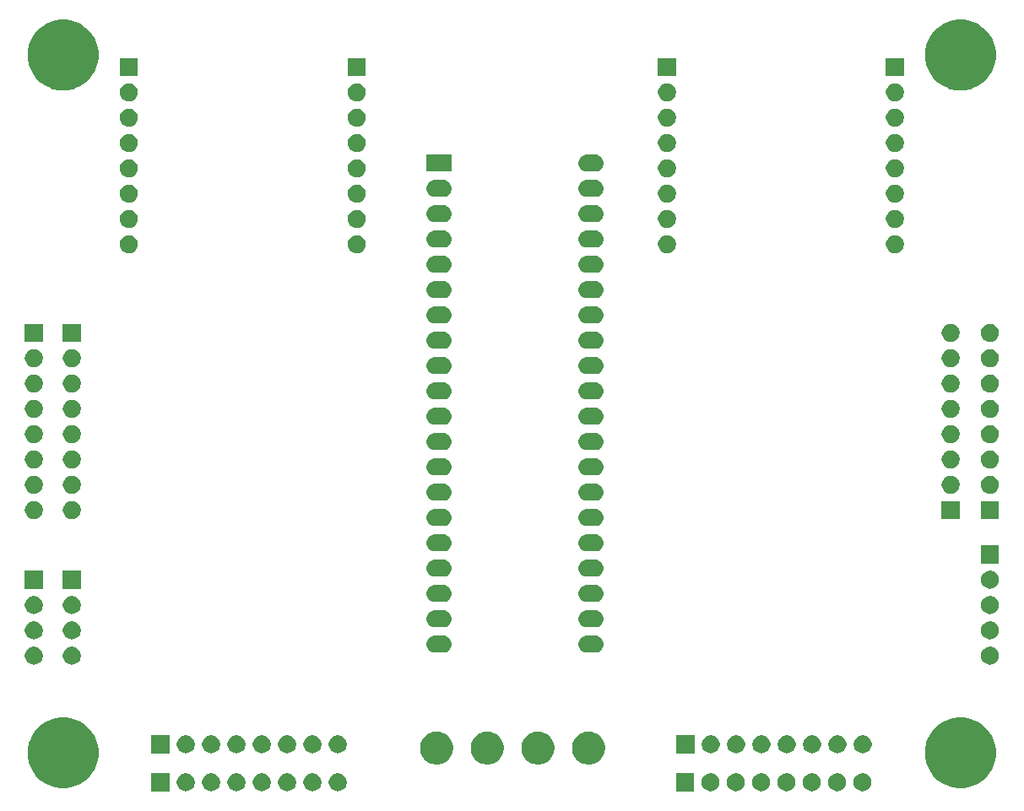
<source format=gbr>
G04 #@! TF.GenerationSoftware,KiCad,Pcbnew,(5.1.5)-3*
G04 #@! TF.CreationDate,2020-07-01T12:58:20+02:00*
G04 #@! TF.ProjectId,PIC18F45K22 Board,50494331-3846-4343-954b-323220426f61,rev?*
G04 #@! TF.SameCoordinates,Original*
G04 #@! TF.FileFunction,Soldermask,Bot*
G04 #@! TF.FilePolarity,Negative*
%FSLAX46Y46*%
G04 Gerber Fmt 4.6, Leading zero omitted, Abs format (unit mm)*
G04 Created by KiCad (PCBNEW (5.1.5)-3) date 2020-07-01 12:58:20*
%MOMM*%
%LPD*%
G04 APERTURE LIST*
%ADD10C,0.100000*%
G04 APERTURE END LIST*
D10*
G36*
X67423512Y-147058927D02*
G01*
X67572812Y-147088624D01*
X67736784Y-147156544D01*
X67884354Y-147255147D01*
X68009853Y-147380646D01*
X68108456Y-147528216D01*
X68176376Y-147692188D01*
X68211000Y-147866259D01*
X68211000Y-148043741D01*
X68176376Y-148217812D01*
X68108456Y-148381784D01*
X68009853Y-148529354D01*
X67884354Y-148654853D01*
X67736784Y-148753456D01*
X67572812Y-148821376D01*
X67423512Y-148851073D01*
X67398742Y-148856000D01*
X67221258Y-148856000D01*
X67196488Y-148851073D01*
X67047188Y-148821376D01*
X66883216Y-148753456D01*
X66735646Y-148654853D01*
X66610147Y-148529354D01*
X66511544Y-148381784D01*
X66443624Y-148217812D01*
X66409000Y-148043741D01*
X66409000Y-147866259D01*
X66443624Y-147692188D01*
X66511544Y-147528216D01*
X66610147Y-147380646D01*
X66735646Y-147255147D01*
X66883216Y-147156544D01*
X67047188Y-147088624D01*
X67196488Y-147058927D01*
X67221258Y-147054000D01*
X67398742Y-147054000D01*
X67423512Y-147058927D01*
G37*
G36*
X132748513Y-147058927D02*
G01*
X132897813Y-147088624D01*
X133061785Y-147156544D01*
X133209355Y-147255147D01*
X133334854Y-147380646D01*
X133433457Y-147528216D01*
X133501377Y-147692188D01*
X133536001Y-147866259D01*
X133536001Y-148043741D01*
X133501377Y-148217812D01*
X133433457Y-148381784D01*
X133334854Y-148529354D01*
X133209355Y-148654853D01*
X133061785Y-148753456D01*
X132897813Y-148821376D01*
X132748513Y-148851073D01*
X132723743Y-148856000D01*
X132546259Y-148856000D01*
X132521489Y-148851073D01*
X132372189Y-148821376D01*
X132208217Y-148753456D01*
X132060647Y-148654853D01*
X131935148Y-148529354D01*
X131836545Y-148381784D01*
X131768625Y-148217812D01*
X131734001Y-148043741D01*
X131734001Y-147866259D01*
X131768625Y-147692188D01*
X131836545Y-147528216D01*
X131935148Y-147380646D01*
X132060647Y-147255147D01*
X132208217Y-147156544D01*
X132372189Y-147088624D01*
X132521489Y-147058927D01*
X132546259Y-147054000D01*
X132723743Y-147054000D01*
X132748513Y-147058927D01*
G37*
G36*
X118296001Y-148856000D02*
G01*
X116494001Y-148856000D01*
X116494001Y-147054000D01*
X118296001Y-147054000D01*
X118296001Y-148856000D01*
G37*
G36*
X120048513Y-147058927D02*
G01*
X120197813Y-147088624D01*
X120361785Y-147156544D01*
X120509355Y-147255147D01*
X120634854Y-147380646D01*
X120733457Y-147528216D01*
X120801377Y-147692188D01*
X120836001Y-147866259D01*
X120836001Y-148043741D01*
X120801377Y-148217812D01*
X120733457Y-148381784D01*
X120634854Y-148529354D01*
X120509355Y-148654853D01*
X120361785Y-148753456D01*
X120197813Y-148821376D01*
X120048513Y-148851073D01*
X120023743Y-148856000D01*
X119846259Y-148856000D01*
X119821489Y-148851073D01*
X119672189Y-148821376D01*
X119508217Y-148753456D01*
X119360647Y-148654853D01*
X119235148Y-148529354D01*
X119136545Y-148381784D01*
X119068625Y-148217812D01*
X119034001Y-148043741D01*
X119034001Y-147866259D01*
X119068625Y-147692188D01*
X119136545Y-147528216D01*
X119235148Y-147380646D01*
X119360647Y-147255147D01*
X119508217Y-147156544D01*
X119672189Y-147088624D01*
X119821489Y-147058927D01*
X119846259Y-147054000D01*
X120023743Y-147054000D01*
X120048513Y-147058927D01*
G37*
G36*
X122588513Y-147058927D02*
G01*
X122737813Y-147088624D01*
X122901785Y-147156544D01*
X123049355Y-147255147D01*
X123174854Y-147380646D01*
X123273457Y-147528216D01*
X123341377Y-147692188D01*
X123376001Y-147866259D01*
X123376001Y-148043741D01*
X123341377Y-148217812D01*
X123273457Y-148381784D01*
X123174854Y-148529354D01*
X123049355Y-148654853D01*
X122901785Y-148753456D01*
X122737813Y-148821376D01*
X122588513Y-148851073D01*
X122563743Y-148856000D01*
X122386259Y-148856000D01*
X122361489Y-148851073D01*
X122212189Y-148821376D01*
X122048217Y-148753456D01*
X121900647Y-148654853D01*
X121775148Y-148529354D01*
X121676545Y-148381784D01*
X121608625Y-148217812D01*
X121574001Y-148043741D01*
X121574001Y-147866259D01*
X121608625Y-147692188D01*
X121676545Y-147528216D01*
X121775148Y-147380646D01*
X121900647Y-147255147D01*
X122048217Y-147156544D01*
X122212189Y-147088624D01*
X122361489Y-147058927D01*
X122386259Y-147054000D01*
X122563743Y-147054000D01*
X122588513Y-147058927D01*
G37*
G36*
X125128513Y-147058927D02*
G01*
X125277813Y-147088624D01*
X125441785Y-147156544D01*
X125589355Y-147255147D01*
X125714854Y-147380646D01*
X125813457Y-147528216D01*
X125881377Y-147692188D01*
X125916001Y-147866259D01*
X125916001Y-148043741D01*
X125881377Y-148217812D01*
X125813457Y-148381784D01*
X125714854Y-148529354D01*
X125589355Y-148654853D01*
X125441785Y-148753456D01*
X125277813Y-148821376D01*
X125128513Y-148851073D01*
X125103743Y-148856000D01*
X124926259Y-148856000D01*
X124901489Y-148851073D01*
X124752189Y-148821376D01*
X124588217Y-148753456D01*
X124440647Y-148654853D01*
X124315148Y-148529354D01*
X124216545Y-148381784D01*
X124148625Y-148217812D01*
X124114001Y-148043741D01*
X124114001Y-147866259D01*
X124148625Y-147692188D01*
X124216545Y-147528216D01*
X124315148Y-147380646D01*
X124440647Y-147255147D01*
X124588217Y-147156544D01*
X124752189Y-147088624D01*
X124901489Y-147058927D01*
X124926259Y-147054000D01*
X125103743Y-147054000D01*
X125128513Y-147058927D01*
G37*
G36*
X127668513Y-147058927D02*
G01*
X127817813Y-147088624D01*
X127981785Y-147156544D01*
X128129355Y-147255147D01*
X128254854Y-147380646D01*
X128353457Y-147528216D01*
X128421377Y-147692188D01*
X128456001Y-147866259D01*
X128456001Y-148043741D01*
X128421377Y-148217812D01*
X128353457Y-148381784D01*
X128254854Y-148529354D01*
X128129355Y-148654853D01*
X127981785Y-148753456D01*
X127817813Y-148821376D01*
X127668513Y-148851073D01*
X127643743Y-148856000D01*
X127466259Y-148856000D01*
X127441489Y-148851073D01*
X127292189Y-148821376D01*
X127128217Y-148753456D01*
X126980647Y-148654853D01*
X126855148Y-148529354D01*
X126756545Y-148381784D01*
X126688625Y-148217812D01*
X126654001Y-148043741D01*
X126654001Y-147866259D01*
X126688625Y-147692188D01*
X126756545Y-147528216D01*
X126855148Y-147380646D01*
X126980647Y-147255147D01*
X127128217Y-147156544D01*
X127292189Y-147088624D01*
X127441489Y-147058927D01*
X127466259Y-147054000D01*
X127643743Y-147054000D01*
X127668513Y-147058927D01*
G37*
G36*
X130208513Y-147058927D02*
G01*
X130357813Y-147088624D01*
X130521785Y-147156544D01*
X130669355Y-147255147D01*
X130794854Y-147380646D01*
X130893457Y-147528216D01*
X130961377Y-147692188D01*
X130996001Y-147866259D01*
X130996001Y-148043741D01*
X130961377Y-148217812D01*
X130893457Y-148381784D01*
X130794854Y-148529354D01*
X130669355Y-148654853D01*
X130521785Y-148753456D01*
X130357813Y-148821376D01*
X130208513Y-148851073D01*
X130183743Y-148856000D01*
X130006259Y-148856000D01*
X129981489Y-148851073D01*
X129832189Y-148821376D01*
X129668217Y-148753456D01*
X129520647Y-148654853D01*
X129395148Y-148529354D01*
X129296545Y-148381784D01*
X129228625Y-148217812D01*
X129194001Y-148043741D01*
X129194001Y-147866259D01*
X129228625Y-147692188D01*
X129296545Y-147528216D01*
X129395148Y-147380646D01*
X129520647Y-147255147D01*
X129668217Y-147156544D01*
X129832189Y-147088624D01*
X129981489Y-147058927D01*
X130006259Y-147054000D01*
X130183743Y-147054000D01*
X130208513Y-147058927D01*
G37*
G36*
X65671000Y-148856000D02*
G01*
X63869000Y-148856000D01*
X63869000Y-147054000D01*
X65671000Y-147054000D01*
X65671000Y-148856000D01*
G37*
G36*
X135288513Y-147058927D02*
G01*
X135437813Y-147088624D01*
X135601785Y-147156544D01*
X135749355Y-147255147D01*
X135874854Y-147380646D01*
X135973457Y-147528216D01*
X136041377Y-147692188D01*
X136076001Y-147866259D01*
X136076001Y-148043741D01*
X136041377Y-148217812D01*
X135973457Y-148381784D01*
X135874854Y-148529354D01*
X135749355Y-148654853D01*
X135601785Y-148753456D01*
X135437813Y-148821376D01*
X135288513Y-148851073D01*
X135263743Y-148856000D01*
X135086259Y-148856000D01*
X135061489Y-148851073D01*
X134912189Y-148821376D01*
X134748217Y-148753456D01*
X134600647Y-148654853D01*
X134475148Y-148529354D01*
X134376545Y-148381784D01*
X134308625Y-148217812D01*
X134274001Y-148043741D01*
X134274001Y-147866259D01*
X134308625Y-147692188D01*
X134376545Y-147528216D01*
X134475148Y-147380646D01*
X134600647Y-147255147D01*
X134748217Y-147156544D01*
X134912189Y-147088624D01*
X135061489Y-147058927D01*
X135086259Y-147054000D01*
X135263743Y-147054000D01*
X135288513Y-147058927D01*
G37*
G36*
X82663512Y-147058927D02*
G01*
X82812812Y-147088624D01*
X82976784Y-147156544D01*
X83124354Y-147255147D01*
X83249853Y-147380646D01*
X83348456Y-147528216D01*
X83416376Y-147692188D01*
X83451000Y-147866259D01*
X83451000Y-148043741D01*
X83416376Y-148217812D01*
X83348456Y-148381784D01*
X83249853Y-148529354D01*
X83124354Y-148654853D01*
X82976784Y-148753456D01*
X82812812Y-148821376D01*
X82663512Y-148851073D01*
X82638742Y-148856000D01*
X82461258Y-148856000D01*
X82436488Y-148851073D01*
X82287188Y-148821376D01*
X82123216Y-148753456D01*
X81975646Y-148654853D01*
X81850147Y-148529354D01*
X81751544Y-148381784D01*
X81683624Y-148217812D01*
X81649000Y-148043741D01*
X81649000Y-147866259D01*
X81683624Y-147692188D01*
X81751544Y-147528216D01*
X81850147Y-147380646D01*
X81975646Y-147255147D01*
X82123216Y-147156544D01*
X82287188Y-147088624D01*
X82436488Y-147058927D01*
X82461258Y-147054000D01*
X82638742Y-147054000D01*
X82663512Y-147058927D01*
G37*
G36*
X80123512Y-147058927D02*
G01*
X80272812Y-147088624D01*
X80436784Y-147156544D01*
X80584354Y-147255147D01*
X80709853Y-147380646D01*
X80808456Y-147528216D01*
X80876376Y-147692188D01*
X80911000Y-147866259D01*
X80911000Y-148043741D01*
X80876376Y-148217812D01*
X80808456Y-148381784D01*
X80709853Y-148529354D01*
X80584354Y-148654853D01*
X80436784Y-148753456D01*
X80272812Y-148821376D01*
X80123512Y-148851073D01*
X80098742Y-148856000D01*
X79921258Y-148856000D01*
X79896488Y-148851073D01*
X79747188Y-148821376D01*
X79583216Y-148753456D01*
X79435646Y-148654853D01*
X79310147Y-148529354D01*
X79211544Y-148381784D01*
X79143624Y-148217812D01*
X79109000Y-148043741D01*
X79109000Y-147866259D01*
X79143624Y-147692188D01*
X79211544Y-147528216D01*
X79310147Y-147380646D01*
X79435646Y-147255147D01*
X79583216Y-147156544D01*
X79747188Y-147088624D01*
X79896488Y-147058927D01*
X79921258Y-147054000D01*
X80098742Y-147054000D01*
X80123512Y-147058927D01*
G37*
G36*
X77583512Y-147058927D02*
G01*
X77732812Y-147088624D01*
X77896784Y-147156544D01*
X78044354Y-147255147D01*
X78169853Y-147380646D01*
X78268456Y-147528216D01*
X78336376Y-147692188D01*
X78371000Y-147866259D01*
X78371000Y-148043741D01*
X78336376Y-148217812D01*
X78268456Y-148381784D01*
X78169853Y-148529354D01*
X78044354Y-148654853D01*
X77896784Y-148753456D01*
X77732812Y-148821376D01*
X77583512Y-148851073D01*
X77558742Y-148856000D01*
X77381258Y-148856000D01*
X77356488Y-148851073D01*
X77207188Y-148821376D01*
X77043216Y-148753456D01*
X76895646Y-148654853D01*
X76770147Y-148529354D01*
X76671544Y-148381784D01*
X76603624Y-148217812D01*
X76569000Y-148043741D01*
X76569000Y-147866259D01*
X76603624Y-147692188D01*
X76671544Y-147528216D01*
X76770147Y-147380646D01*
X76895646Y-147255147D01*
X77043216Y-147156544D01*
X77207188Y-147088624D01*
X77356488Y-147058927D01*
X77381258Y-147054000D01*
X77558742Y-147054000D01*
X77583512Y-147058927D01*
G37*
G36*
X75043512Y-147058927D02*
G01*
X75192812Y-147088624D01*
X75356784Y-147156544D01*
X75504354Y-147255147D01*
X75629853Y-147380646D01*
X75728456Y-147528216D01*
X75796376Y-147692188D01*
X75831000Y-147866259D01*
X75831000Y-148043741D01*
X75796376Y-148217812D01*
X75728456Y-148381784D01*
X75629853Y-148529354D01*
X75504354Y-148654853D01*
X75356784Y-148753456D01*
X75192812Y-148821376D01*
X75043512Y-148851073D01*
X75018742Y-148856000D01*
X74841258Y-148856000D01*
X74816488Y-148851073D01*
X74667188Y-148821376D01*
X74503216Y-148753456D01*
X74355646Y-148654853D01*
X74230147Y-148529354D01*
X74131544Y-148381784D01*
X74063624Y-148217812D01*
X74029000Y-148043741D01*
X74029000Y-147866259D01*
X74063624Y-147692188D01*
X74131544Y-147528216D01*
X74230147Y-147380646D01*
X74355646Y-147255147D01*
X74503216Y-147156544D01*
X74667188Y-147088624D01*
X74816488Y-147058927D01*
X74841258Y-147054000D01*
X75018742Y-147054000D01*
X75043512Y-147058927D01*
G37*
G36*
X72503512Y-147058927D02*
G01*
X72652812Y-147088624D01*
X72816784Y-147156544D01*
X72964354Y-147255147D01*
X73089853Y-147380646D01*
X73188456Y-147528216D01*
X73256376Y-147692188D01*
X73291000Y-147866259D01*
X73291000Y-148043741D01*
X73256376Y-148217812D01*
X73188456Y-148381784D01*
X73089853Y-148529354D01*
X72964354Y-148654853D01*
X72816784Y-148753456D01*
X72652812Y-148821376D01*
X72503512Y-148851073D01*
X72478742Y-148856000D01*
X72301258Y-148856000D01*
X72276488Y-148851073D01*
X72127188Y-148821376D01*
X71963216Y-148753456D01*
X71815646Y-148654853D01*
X71690147Y-148529354D01*
X71591544Y-148381784D01*
X71523624Y-148217812D01*
X71489000Y-148043741D01*
X71489000Y-147866259D01*
X71523624Y-147692188D01*
X71591544Y-147528216D01*
X71690147Y-147380646D01*
X71815646Y-147255147D01*
X71963216Y-147156544D01*
X72127188Y-147088624D01*
X72276488Y-147058927D01*
X72301258Y-147054000D01*
X72478742Y-147054000D01*
X72503512Y-147058927D01*
G37*
G36*
X69963512Y-147058927D02*
G01*
X70112812Y-147088624D01*
X70276784Y-147156544D01*
X70424354Y-147255147D01*
X70549853Y-147380646D01*
X70648456Y-147528216D01*
X70716376Y-147692188D01*
X70751000Y-147866259D01*
X70751000Y-148043741D01*
X70716376Y-148217812D01*
X70648456Y-148381784D01*
X70549853Y-148529354D01*
X70424354Y-148654853D01*
X70276784Y-148753456D01*
X70112812Y-148821376D01*
X69963512Y-148851073D01*
X69938742Y-148856000D01*
X69761258Y-148856000D01*
X69736488Y-148851073D01*
X69587188Y-148821376D01*
X69423216Y-148753456D01*
X69275646Y-148654853D01*
X69150147Y-148529354D01*
X69051544Y-148381784D01*
X68983624Y-148217812D01*
X68949000Y-148043741D01*
X68949000Y-147866259D01*
X68983624Y-147692188D01*
X69051544Y-147528216D01*
X69150147Y-147380646D01*
X69275646Y-147255147D01*
X69423216Y-147156544D01*
X69587188Y-147088624D01*
X69736488Y-147058927D01*
X69761258Y-147054000D01*
X69938742Y-147054000D01*
X69963512Y-147058927D01*
G37*
G36*
X56036077Y-141585752D02*
G01*
X56036080Y-141585753D01*
X56036079Y-141585753D01*
X56682319Y-141853434D01*
X57263921Y-142242048D01*
X57758532Y-142736659D01*
X58147146Y-143318261D01*
X58312813Y-143718216D01*
X58414828Y-143964503D01*
X58551290Y-144650546D01*
X58551290Y-145350034D01*
X58414828Y-146036077D01*
X58414827Y-146036079D01*
X58147146Y-146682319D01*
X57758532Y-147263921D01*
X57263921Y-147758532D01*
X56682319Y-148147146D01*
X56225358Y-148336425D01*
X56036077Y-148414828D01*
X55350034Y-148551290D01*
X54650546Y-148551290D01*
X53964503Y-148414828D01*
X53775222Y-148336425D01*
X53318261Y-148147146D01*
X52736659Y-147758532D01*
X52242048Y-147263921D01*
X51853434Y-146682319D01*
X51585753Y-146036079D01*
X51585752Y-146036077D01*
X51449290Y-145350034D01*
X51449290Y-144650546D01*
X51585752Y-143964503D01*
X51687767Y-143718216D01*
X51853434Y-143318261D01*
X52242048Y-142736659D01*
X52736659Y-142242048D01*
X53318261Y-141853434D01*
X53964501Y-141585753D01*
X53964500Y-141585753D01*
X53964503Y-141585752D01*
X54650546Y-141449290D01*
X55350034Y-141449290D01*
X56036077Y-141585752D01*
G37*
G36*
X146035787Y-141585462D02*
G01*
X146225068Y-141663865D01*
X146682029Y-141853144D01*
X147263631Y-142241758D01*
X147758242Y-142736369D01*
X148146856Y-143317971D01*
X148323305Y-143743958D01*
X148414538Y-143964213D01*
X148551000Y-144650256D01*
X148551000Y-145349744D01*
X148414538Y-146035787D01*
X148414537Y-146035789D01*
X148146856Y-146682029D01*
X147758242Y-147263631D01*
X147263631Y-147758242D01*
X146682029Y-148146856D01*
X146225068Y-148336135D01*
X146035787Y-148414538D01*
X145349744Y-148551000D01*
X144650256Y-148551000D01*
X143964213Y-148414538D01*
X143774932Y-148336135D01*
X143317971Y-148146856D01*
X142736369Y-147758242D01*
X142241758Y-147263631D01*
X141853144Y-146682029D01*
X141585463Y-146035789D01*
X141585462Y-146035787D01*
X141449000Y-145349744D01*
X141449000Y-144650256D01*
X141585462Y-143964213D01*
X141676695Y-143743958D01*
X141853144Y-143317971D01*
X142241758Y-142736369D01*
X142736369Y-142241758D01*
X143317971Y-141853144D01*
X143774932Y-141663865D01*
X143964213Y-141585462D01*
X144650256Y-141449000D01*
X145349744Y-141449000D01*
X146035787Y-141585462D01*
G37*
G36*
X97911256Y-142917298D02*
G01*
X98017579Y-142938447D01*
X98318042Y-143062903D01*
X98588451Y-143243585D01*
X98818415Y-143473549D01*
X98999097Y-143743958D01*
X99123553Y-144044421D01*
X99125908Y-144056259D01*
X99187000Y-144363389D01*
X99187000Y-144688611D01*
X99155921Y-144844852D01*
X99123553Y-145007579D01*
X98999097Y-145308042D01*
X98818415Y-145578451D01*
X98588451Y-145808415D01*
X98318042Y-145989097D01*
X98017579Y-146113553D01*
X97911256Y-146134702D01*
X97698611Y-146177000D01*
X97373389Y-146177000D01*
X97160744Y-146134702D01*
X97054421Y-146113553D01*
X96753958Y-145989097D01*
X96483549Y-145808415D01*
X96253585Y-145578451D01*
X96072903Y-145308042D01*
X95948447Y-145007579D01*
X95916079Y-144844852D01*
X95885000Y-144688611D01*
X95885000Y-144363389D01*
X95946092Y-144056259D01*
X95948447Y-144044421D01*
X96072903Y-143743958D01*
X96253585Y-143473549D01*
X96483549Y-143243585D01*
X96753958Y-143062903D01*
X97054421Y-142938447D01*
X97160744Y-142917298D01*
X97373389Y-142875000D01*
X97698611Y-142875000D01*
X97911256Y-142917298D01*
G37*
G36*
X92831256Y-142917298D02*
G01*
X92937579Y-142938447D01*
X93238042Y-143062903D01*
X93508451Y-143243585D01*
X93738415Y-143473549D01*
X93919097Y-143743958D01*
X94043553Y-144044421D01*
X94045908Y-144056259D01*
X94107000Y-144363389D01*
X94107000Y-144688611D01*
X94075921Y-144844852D01*
X94043553Y-145007579D01*
X93919097Y-145308042D01*
X93738415Y-145578451D01*
X93508451Y-145808415D01*
X93238042Y-145989097D01*
X92937579Y-146113553D01*
X92831256Y-146134702D01*
X92618611Y-146177000D01*
X92293389Y-146177000D01*
X92080744Y-146134702D01*
X91974421Y-146113553D01*
X91673958Y-145989097D01*
X91403549Y-145808415D01*
X91173585Y-145578451D01*
X90992903Y-145308042D01*
X90868447Y-145007579D01*
X90836079Y-144844852D01*
X90805000Y-144688611D01*
X90805000Y-144363389D01*
X90866092Y-144056259D01*
X90868447Y-144044421D01*
X90992903Y-143743958D01*
X91173585Y-143473549D01*
X91403549Y-143243585D01*
X91673958Y-143062903D01*
X91974421Y-142938447D01*
X92080744Y-142917298D01*
X92293389Y-142875000D01*
X92618611Y-142875000D01*
X92831256Y-142917298D01*
G37*
G36*
X102991256Y-142917298D02*
G01*
X103097579Y-142938447D01*
X103398042Y-143062903D01*
X103668451Y-143243585D01*
X103898415Y-143473549D01*
X104079097Y-143743958D01*
X104203553Y-144044421D01*
X104205908Y-144056259D01*
X104267000Y-144363389D01*
X104267000Y-144688611D01*
X104235921Y-144844852D01*
X104203553Y-145007579D01*
X104079097Y-145308042D01*
X103898415Y-145578451D01*
X103668451Y-145808415D01*
X103398042Y-145989097D01*
X103097579Y-146113553D01*
X102991256Y-146134702D01*
X102778611Y-146177000D01*
X102453389Y-146177000D01*
X102240744Y-146134702D01*
X102134421Y-146113553D01*
X101833958Y-145989097D01*
X101563549Y-145808415D01*
X101333585Y-145578451D01*
X101152903Y-145308042D01*
X101028447Y-145007579D01*
X100996079Y-144844852D01*
X100965000Y-144688611D01*
X100965000Y-144363389D01*
X101026092Y-144056259D01*
X101028447Y-144044421D01*
X101152903Y-143743958D01*
X101333585Y-143473549D01*
X101563549Y-143243585D01*
X101833958Y-143062903D01*
X102134421Y-142938447D01*
X102240744Y-142917298D01*
X102453389Y-142875000D01*
X102778611Y-142875000D01*
X102991256Y-142917298D01*
G37*
G36*
X108071256Y-142917298D02*
G01*
X108177579Y-142938447D01*
X108478042Y-143062903D01*
X108748451Y-143243585D01*
X108978415Y-143473549D01*
X109159097Y-143743958D01*
X109283553Y-144044421D01*
X109285908Y-144056259D01*
X109347000Y-144363389D01*
X109347000Y-144688611D01*
X109315921Y-144844852D01*
X109283553Y-145007579D01*
X109159097Y-145308042D01*
X108978415Y-145578451D01*
X108748451Y-145808415D01*
X108478042Y-145989097D01*
X108177579Y-146113553D01*
X108071256Y-146134702D01*
X107858611Y-146177000D01*
X107533389Y-146177000D01*
X107320744Y-146134702D01*
X107214421Y-146113553D01*
X106913958Y-145989097D01*
X106643549Y-145808415D01*
X106413585Y-145578451D01*
X106232903Y-145308042D01*
X106108447Y-145007579D01*
X106076079Y-144844852D01*
X106045000Y-144688611D01*
X106045000Y-144363389D01*
X106106092Y-144056259D01*
X106108447Y-144044421D01*
X106232903Y-143743958D01*
X106413585Y-143473549D01*
X106643549Y-143243585D01*
X106913958Y-143062903D01*
X107214421Y-142938447D01*
X107320744Y-142917298D01*
X107533389Y-142875000D01*
X107858611Y-142875000D01*
X108071256Y-142917298D01*
G37*
G36*
X130225012Y-143248927D02*
G01*
X130374312Y-143278624D01*
X130538284Y-143346544D01*
X130685854Y-143445147D01*
X130811353Y-143570646D01*
X130909956Y-143718216D01*
X130977876Y-143882188D01*
X131012500Y-144056259D01*
X131012500Y-144233741D01*
X130977876Y-144407812D01*
X130909956Y-144571784D01*
X130811353Y-144719354D01*
X130685854Y-144844853D01*
X130538284Y-144943456D01*
X130374312Y-145011376D01*
X130225012Y-145041073D01*
X130200242Y-145046000D01*
X130022758Y-145046000D01*
X129997988Y-145041073D01*
X129848688Y-145011376D01*
X129684716Y-144943456D01*
X129537146Y-144844853D01*
X129411647Y-144719354D01*
X129313044Y-144571784D01*
X129245124Y-144407812D01*
X129210500Y-144233741D01*
X129210500Y-144056259D01*
X129245124Y-143882188D01*
X129313044Y-143718216D01*
X129411647Y-143570646D01*
X129537146Y-143445147D01*
X129684716Y-143346544D01*
X129848688Y-143278624D01*
X129997988Y-143248927D01*
X130022758Y-143244000D01*
X130200242Y-143244000D01*
X130225012Y-143248927D01*
G37*
G36*
X135305012Y-143248927D02*
G01*
X135454312Y-143278624D01*
X135618284Y-143346544D01*
X135765854Y-143445147D01*
X135891353Y-143570646D01*
X135989956Y-143718216D01*
X136057876Y-143882188D01*
X136092500Y-144056259D01*
X136092500Y-144233741D01*
X136057876Y-144407812D01*
X135989956Y-144571784D01*
X135891353Y-144719354D01*
X135765854Y-144844853D01*
X135618284Y-144943456D01*
X135454312Y-145011376D01*
X135305012Y-145041073D01*
X135280242Y-145046000D01*
X135102758Y-145046000D01*
X135077988Y-145041073D01*
X134928688Y-145011376D01*
X134764716Y-144943456D01*
X134617146Y-144844853D01*
X134491647Y-144719354D01*
X134393044Y-144571784D01*
X134325124Y-144407812D01*
X134290500Y-144233741D01*
X134290500Y-144056259D01*
X134325124Y-143882188D01*
X134393044Y-143718216D01*
X134491647Y-143570646D01*
X134617146Y-143445147D01*
X134764716Y-143346544D01*
X134928688Y-143278624D01*
X135077988Y-143248927D01*
X135102758Y-143244000D01*
X135280242Y-143244000D01*
X135305012Y-143248927D01*
G37*
G36*
X132765012Y-143248927D02*
G01*
X132914312Y-143278624D01*
X133078284Y-143346544D01*
X133225854Y-143445147D01*
X133351353Y-143570646D01*
X133449956Y-143718216D01*
X133517876Y-143882188D01*
X133552500Y-144056259D01*
X133552500Y-144233741D01*
X133517876Y-144407812D01*
X133449956Y-144571784D01*
X133351353Y-144719354D01*
X133225854Y-144844853D01*
X133078284Y-144943456D01*
X132914312Y-145011376D01*
X132765012Y-145041073D01*
X132740242Y-145046000D01*
X132562758Y-145046000D01*
X132537988Y-145041073D01*
X132388688Y-145011376D01*
X132224716Y-144943456D01*
X132077146Y-144844853D01*
X131951647Y-144719354D01*
X131853044Y-144571784D01*
X131785124Y-144407812D01*
X131750500Y-144233741D01*
X131750500Y-144056259D01*
X131785124Y-143882188D01*
X131853044Y-143718216D01*
X131951647Y-143570646D01*
X132077146Y-143445147D01*
X132224716Y-143346544D01*
X132388688Y-143278624D01*
X132537988Y-143248927D01*
X132562758Y-143244000D01*
X132740242Y-143244000D01*
X132765012Y-143248927D01*
G37*
G36*
X77583512Y-143248927D02*
G01*
X77732812Y-143278624D01*
X77896784Y-143346544D01*
X78044354Y-143445147D01*
X78169853Y-143570646D01*
X78268456Y-143718216D01*
X78336376Y-143882188D01*
X78371000Y-144056259D01*
X78371000Y-144233741D01*
X78336376Y-144407812D01*
X78268456Y-144571784D01*
X78169853Y-144719354D01*
X78044354Y-144844853D01*
X77896784Y-144943456D01*
X77732812Y-145011376D01*
X77583512Y-145041073D01*
X77558742Y-145046000D01*
X77381258Y-145046000D01*
X77356488Y-145041073D01*
X77207188Y-145011376D01*
X77043216Y-144943456D01*
X76895646Y-144844853D01*
X76770147Y-144719354D01*
X76671544Y-144571784D01*
X76603624Y-144407812D01*
X76569000Y-144233741D01*
X76569000Y-144056259D01*
X76603624Y-143882188D01*
X76671544Y-143718216D01*
X76770147Y-143570646D01*
X76895646Y-143445147D01*
X77043216Y-143346544D01*
X77207188Y-143278624D01*
X77356488Y-143248927D01*
X77381258Y-143244000D01*
X77558742Y-143244000D01*
X77583512Y-143248927D01*
G37*
G36*
X75043512Y-143248927D02*
G01*
X75192812Y-143278624D01*
X75356784Y-143346544D01*
X75504354Y-143445147D01*
X75629853Y-143570646D01*
X75728456Y-143718216D01*
X75796376Y-143882188D01*
X75831000Y-144056259D01*
X75831000Y-144233741D01*
X75796376Y-144407812D01*
X75728456Y-144571784D01*
X75629853Y-144719354D01*
X75504354Y-144844853D01*
X75356784Y-144943456D01*
X75192812Y-145011376D01*
X75043512Y-145041073D01*
X75018742Y-145046000D01*
X74841258Y-145046000D01*
X74816488Y-145041073D01*
X74667188Y-145011376D01*
X74503216Y-144943456D01*
X74355646Y-144844853D01*
X74230147Y-144719354D01*
X74131544Y-144571784D01*
X74063624Y-144407812D01*
X74029000Y-144233741D01*
X74029000Y-144056259D01*
X74063624Y-143882188D01*
X74131544Y-143718216D01*
X74230147Y-143570646D01*
X74355646Y-143445147D01*
X74503216Y-143346544D01*
X74667188Y-143278624D01*
X74816488Y-143248927D01*
X74841258Y-143244000D01*
X75018742Y-143244000D01*
X75043512Y-143248927D01*
G37*
G36*
X69963512Y-143248927D02*
G01*
X70112812Y-143278624D01*
X70276784Y-143346544D01*
X70424354Y-143445147D01*
X70549853Y-143570646D01*
X70648456Y-143718216D01*
X70716376Y-143882188D01*
X70751000Y-144056259D01*
X70751000Y-144233741D01*
X70716376Y-144407812D01*
X70648456Y-144571784D01*
X70549853Y-144719354D01*
X70424354Y-144844853D01*
X70276784Y-144943456D01*
X70112812Y-145011376D01*
X69963512Y-145041073D01*
X69938742Y-145046000D01*
X69761258Y-145046000D01*
X69736488Y-145041073D01*
X69587188Y-145011376D01*
X69423216Y-144943456D01*
X69275646Y-144844853D01*
X69150147Y-144719354D01*
X69051544Y-144571784D01*
X68983624Y-144407812D01*
X68949000Y-144233741D01*
X68949000Y-144056259D01*
X68983624Y-143882188D01*
X69051544Y-143718216D01*
X69150147Y-143570646D01*
X69275646Y-143445147D01*
X69423216Y-143346544D01*
X69587188Y-143278624D01*
X69736488Y-143248927D01*
X69761258Y-143244000D01*
X69938742Y-143244000D01*
X69963512Y-143248927D01*
G37*
G36*
X67423512Y-143248927D02*
G01*
X67572812Y-143278624D01*
X67736784Y-143346544D01*
X67884354Y-143445147D01*
X68009853Y-143570646D01*
X68108456Y-143718216D01*
X68176376Y-143882188D01*
X68211000Y-144056259D01*
X68211000Y-144233741D01*
X68176376Y-144407812D01*
X68108456Y-144571784D01*
X68009853Y-144719354D01*
X67884354Y-144844853D01*
X67736784Y-144943456D01*
X67572812Y-145011376D01*
X67423512Y-145041073D01*
X67398742Y-145046000D01*
X67221258Y-145046000D01*
X67196488Y-145041073D01*
X67047188Y-145011376D01*
X66883216Y-144943456D01*
X66735646Y-144844853D01*
X66610147Y-144719354D01*
X66511544Y-144571784D01*
X66443624Y-144407812D01*
X66409000Y-144233741D01*
X66409000Y-144056259D01*
X66443624Y-143882188D01*
X66511544Y-143718216D01*
X66610147Y-143570646D01*
X66735646Y-143445147D01*
X66883216Y-143346544D01*
X67047188Y-143278624D01*
X67196488Y-143248927D01*
X67221258Y-143244000D01*
X67398742Y-143244000D01*
X67423512Y-143248927D01*
G37*
G36*
X65671000Y-145046000D02*
G01*
X63869000Y-145046000D01*
X63869000Y-143244000D01*
X65671000Y-143244000D01*
X65671000Y-145046000D01*
G37*
G36*
X72503512Y-143248927D02*
G01*
X72652812Y-143278624D01*
X72816784Y-143346544D01*
X72964354Y-143445147D01*
X73089853Y-143570646D01*
X73188456Y-143718216D01*
X73256376Y-143882188D01*
X73291000Y-144056259D01*
X73291000Y-144233741D01*
X73256376Y-144407812D01*
X73188456Y-144571784D01*
X73089853Y-144719354D01*
X72964354Y-144844853D01*
X72816784Y-144943456D01*
X72652812Y-145011376D01*
X72503512Y-145041073D01*
X72478742Y-145046000D01*
X72301258Y-145046000D01*
X72276488Y-145041073D01*
X72127188Y-145011376D01*
X71963216Y-144943456D01*
X71815646Y-144844853D01*
X71690147Y-144719354D01*
X71591544Y-144571784D01*
X71523624Y-144407812D01*
X71489000Y-144233741D01*
X71489000Y-144056259D01*
X71523624Y-143882188D01*
X71591544Y-143718216D01*
X71690147Y-143570646D01*
X71815646Y-143445147D01*
X71963216Y-143346544D01*
X72127188Y-143278624D01*
X72276488Y-143248927D01*
X72301258Y-143244000D01*
X72478742Y-143244000D01*
X72503512Y-143248927D01*
G37*
G36*
X125145012Y-143248927D02*
G01*
X125294312Y-143278624D01*
X125458284Y-143346544D01*
X125605854Y-143445147D01*
X125731353Y-143570646D01*
X125829956Y-143718216D01*
X125897876Y-143882188D01*
X125932500Y-144056259D01*
X125932500Y-144233741D01*
X125897876Y-144407812D01*
X125829956Y-144571784D01*
X125731353Y-144719354D01*
X125605854Y-144844853D01*
X125458284Y-144943456D01*
X125294312Y-145011376D01*
X125145012Y-145041073D01*
X125120242Y-145046000D01*
X124942758Y-145046000D01*
X124917988Y-145041073D01*
X124768688Y-145011376D01*
X124604716Y-144943456D01*
X124457146Y-144844853D01*
X124331647Y-144719354D01*
X124233044Y-144571784D01*
X124165124Y-144407812D01*
X124130500Y-144233741D01*
X124130500Y-144056259D01*
X124165124Y-143882188D01*
X124233044Y-143718216D01*
X124331647Y-143570646D01*
X124457146Y-143445147D01*
X124604716Y-143346544D01*
X124768688Y-143278624D01*
X124917988Y-143248927D01*
X124942758Y-143244000D01*
X125120242Y-143244000D01*
X125145012Y-143248927D01*
G37*
G36*
X122605012Y-143248927D02*
G01*
X122754312Y-143278624D01*
X122918284Y-143346544D01*
X123065854Y-143445147D01*
X123191353Y-143570646D01*
X123289956Y-143718216D01*
X123357876Y-143882188D01*
X123392500Y-144056259D01*
X123392500Y-144233741D01*
X123357876Y-144407812D01*
X123289956Y-144571784D01*
X123191353Y-144719354D01*
X123065854Y-144844853D01*
X122918284Y-144943456D01*
X122754312Y-145011376D01*
X122605012Y-145041073D01*
X122580242Y-145046000D01*
X122402758Y-145046000D01*
X122377988Y-145041073D01*
X122228688Y-145011376D01*
X122064716Y-144943456D01*
X121917146Y-144844853D01*
X121791647Y-144719354D01*
X121693044Y-144571784D01*
X121625124Y-144407812D01*
X121590500Y-144233741D01*
X121590500Y-144056259D01*
X121625124Y-143882188D01*
X121693044Y-143718216D01*
X121791647Y-143570646D01*
X121917146Y-143445147D01*
X122064716Y-143346544D01*
X122228688Y-143278624D01*
X122377988Y-143248927D01*
X122402758Y-143244000D01*
X122580242Y-143244000D01*
X122605012Y-143248927D01*
G37*
G36*
X80123512Y-143248927D02*
G01*
X80272812Y-143278624D01*
X80436784Y-143346544D01*
X80584354Y-143445147D01*
X80709853Y-143570646D01*
X80808456Y-143718216D01*
X80876376Y-143882188D01*
X80911000Y-144056259D01*
X80911000Y-144233741D01*
X80876376Y-144407812D01*
X80808456Y-144571784D01*
X80709853Y-144719354D01*
X80584354Y-144844853D01*
X80436784Y-144943456D01*
X80272812Y-145011376D01*
X80123512Y-145041073D01*
X80098742Y-145046000D01*
X79921258Y-145046000D01*
X79896488Y-145041073D01*
X79747188Y-145011376D01*
X79583216Y-144943456D01*
X79435646Y-144844853D01*
X79310147Y-144719354D01*
X79211544Y-144571784D01*
X79143624Y-144407812D01*
X79109000Y-144233741D01*
X79109000Y-144056259D01*
X79143624Y-143882188D01*
X79211544Y-143718216D01*
X79310147Y-143570646D01*
X79435646Y-143445147D01*
X79583216Y-143346544D01*
X79747188Y-143278624D01*
X79896488Y-143248927D01*
X79921258Y-143244000D01*
X80098742Y-143244000D01*
X80123512Y-143248927D01*
G37*
G36*
X82663512Y-143248927D02*
G01*
X82812812Y-143278624D01*
X82976784Y-143346544D01*
X83124354Y-143445147D01*
X83249853Y-143570646D01*
X83348456Y-143718216D01*
X83416376Y-143882188D01*
X83451000Y-144056259D01*
X83451000Y-144233741D01*
X83416376Y-144407812D01*
X83348456Y-144571784D01*
X83249853Y-144719354D01*
X83124354Y-144844853D01*
X82976784Y-144943456D01*
X82812812Y-145011376D01*
X82663512Y-145041073D01*
X82638742Y-145046000D01*
X82461258Y-145046000D01*
X82436488Y-145041073D01*
X82287188Y-145011376D01*
X82123216Y-144943456D01*
X81975646Y-144844853D01*
X81850147Y-144719354D01*
X81751544Y-144571784D01*
X81683624Y-144407812D01*
X81649000Y-144233741D01*
X81649000Y-144056259D01*
X81683624Y-143882188D01*
X81751544Y-143718216D01*
X81850147Y-143570646D01*
X81975646Y-143445147D01*
X82123216Y-143346544D01*
X82287188Y-143278624D01*
X82436488Y-143248927D01*
X82461258Y-143244000D01*
X82638742Y-143244000D01*
X82663512Y-143248927D01*
G37*
G36*
X118312500Y-145046000D02*
G01*
X116510500Y-145046000D01*
X116510500Y-143244000D01*
X118312500Y-143244000D01*
X118312500Y-145046000D01*
G37*
G36*
X127685012Y-143248927D02*
G01*
X127834312Y-143278624D01*
X127998284Y-143346544D01*
X128145854Y-143445147D01*
X128271353Y-143570646D01*
X128369956Y-143718216D01*
X128437876Y-143882188D01*
X128472500Y-144056259D01*
X128472500Y-144233741D01*
X128437876Y-144407812D01*
X128369956Y-144571784D01*
X128271353Y-144719354D01*
X128145854Y-144844853D01*
X127998284Y-144943456D01*
X127834312Y-145011376D01*
X127685012Y-145041073D01*
X127660242Y-145046000D01*
X127482758Y-145046000D01*
X127457988Y-145041073D01*
X127308688Y-145011376D01*
X127144716Y-144943456D01*
X126997146Y-144844853D01*
X126871647Y-144719354D01*
X126773044Y-144571784D01*
X126705124Y-144407812D01*
X126670500Y-144233741D01*
X126670500Y-144056259D01*
X126705124Y-143882188D01*
X126773044Y-143718216D01*
X126871647Y-143570646D01*
X126997146Y-143445147D01*
X127144716Y-143346544D01*
X127308688Y-143278624D01*
X127457988Y-143248927D01*
X127482758Y-143244000D01*
X127660242Y-143244000D01*
X127685012Y-143248927D01*
G37*
G36*
X120065012Y-143248927D02*
G01*
X120214312Y-143278624D01*
X120378284Y-143346544D01*
X120525854Y-143445147D01*
X120651353Y-143570646D01*
X120749956Y-143718216D01*
X120817876Y-143882188D01*
X120852500Y-144056259D01*
X120852500Y-144233741D01*
X120817876Y-144407812D01*
X120749956Y-144571784D01*
X120651353Y-144719354D01*
X120525854Y-144844853D01*
X120378284Y-144943456D01*
X120214312Y-145011376D01*
X120065012Y-145041073D01*
X120040242Y-145046000D01*
X119862758Y-145046000D01*
X119837988Y-145041073D01*
X119688688Y-145011376D01*
X119524716Y-144943456D01*
X119377146Y-144844853D01*
X119251647Y-144719354D01*
X119153044Y-144571784D01*
X119085124Y-144407812D01*
X119050500Y-144233741D01*
X119050500Y-144056259D01*
X119085124Y-143882188D01*
X119153044Y-143718216D01*
X119251647Y-143570646D01*
X119377146Y-143445147D01*
X119524716Y-143346544D01*
X119688688Y-143278624D01*
X119837988Y-143248927D01*
X119862758Y-143244000D01*
X120040242Y-143244000D01*
X120065012Y-143248927D01*
G37*
G36*
X52183512Y-134358927D02*
G01*
X52332812Y-134388624D01*
X52496784Y-134456544D01*
X52644354Y-134555147D01*
X52769853Y-134680646D01*
X52868456Y-134828216D01*
X52936376Y-134992188D01*
X52971000Y-135166259D01*
X52971000Y-135343741D01*
X52936376Y-135517812D01*
X52868456Y-135681784D01*
X52769853Y-135829354D01*
X52644354Y-135954853D01*
X52496784Y-136053456D01*
X52332812Y-136121376D01*
X52183512Y-136151073D01*
X52158742Y-136156000D01*
X51981258Y-136156000D01*
X51956488Y-136151073D01*
X51807188Y-136121376D01*
X51643216Y-136053456D01*
X51495646Y-135954853D01*
X51370147Y-135829354D01*
X51271544Y-135681784D01*
X51203624Y-135517812D01*
X51169000Y-135343741D01*
X51169000Y-135166259D01*
X51203624Y-134992188D01*
X51271544Y-134828216D01*
X51370147Y-134680646D01*
X51495646Y-134555147D01*
X51643216Y-134456544D01*
X51807188Y-134388624D01*
X51956488Y-134358927D01*
X51981258Y-134354000D01*
X52158742Y-134354000D01*
X52183512Y-134358927D01*
G37*
G36*
X148068512Y-134358927D02*
G01*
X148217812Y-134388624D01*
X148381784Y-134456544D01*
X148529354Y-134555147D01*
X148654853Y-134680646D01*
X148753456Y-134828216D01*
X148821376Y-134992188D01*
X148856000Y-135166259D01*
X148856000Y-135343741D01*
X148821376Y-135517812D01*
X148753456Y-135681784D01*
X148654853Y-135829354D01*
X148529354Y-135954853D01*
X148381784Y-136053456D01*
X148217812Y-136121376D01*
X148068512Y-136151073D01*
X148043742Y-136156000D01*
X147866258Y-136156000D01*
X147841488Y-136151073D01*
X147692188Y-136121376D01*
X147528216Y-136053456D01*
X147380646Y-135954853D01*
X147255147Y-135829354D01*
X147156544Y-135681784D01*
X147088624Y-135517812D01*
X147054000Y-135343741D01*
X147054000Y-135166259D01*
X147088624Y-134992188D01*
X147156544Y-134828216D01*
X147255147Y-134680646D01*
X147380646Y-134555147D01*
X147528216Y-134456544D01*
X147692188Y-134388624D01*
X147841488Y-134358927D01*
X147866258Y-134354000D01*
X148043742Y-134354000D01*
X148068512Y-134358927D01*
G37*
G36*
X55993512Y-134358927D02*
G01*
X56142812Y-134388624D01*
X56306784Y-134456544D01*
X56454354Y-134555147D01*
X56579853Y-134680646D01*
X56678456Y-134828216D01*
X56746376Y-134992188D01*
X56781000Y-135166259D01*
X56781000Y-135343741D01*
X56746376Y-135517812D01*
X56678456Y-135681784D01*
X56579853Y-135829354D01*
X56454354Y-135954853D01*
X56306784Y-136053456D01*
X56142812Y-136121376D01*
X55993512Y-136151073D01*
X55968742Y-136156000D01*
X55791258Y-136156000D01*
X55766488Y-136151073D01*
X55617188Y-136121376D01*
X55453216Y-136053456D01*
X55305646Y-135954853D01*
X55180147Y-135829354D01*
X55081544Y-135681784D01*
X55013624Y-135517812D01*
X54979000Y-135343741D01*
X54979000Y-135166259D01*
X55013624Y-134992188D01*
X55081544Y-134828216D01*
X55180147Y-134680646D01*
X55305646Y-134555147D01*
X55453216Y-134456544D01*
X55617188Y-134388624D01*
X55766488Y-134358927D01*
X55791258Y-134354000D01*
X55968742Y-134354000D01*
X55993512Y-134358927D01*
G37*
G36*
X93276823Y-133273313D02*
G01*
X93437242Y-133321976D01*
X93569906Y-133392886D01*
X93585078Y-133400996D01*
X93714659Y-133507341D01*
X93821004Y-133636922D01*
X93821005Y-133636924D01*
X93900024Y-133784758D01*
X93948687Y-133945177D01*
X93965117Y-134112000D01*
X93948687Y-134278823D01*
X93900024Y-134439242D01*
X93838071Y-134555147D01*
X93821004Y-134587078D01*
X93714659Y-134716659D01*
X93585078Y-134823004D01*
X93585076Y-134823005D01*
X93437242Y-134902024D01*
X93276823Y-134950687D01*
X93151804Y-134963000D01*
X92268196Y-134963000D01*
X92143177Y-134950687D01*
X91982758Y-134902024D01*
X91834924Y-134823005D01*
X91834922Y-134823004D01*
X91705341Y-134716659D01*
X91598996Y-134587078D01*
X91581929Y-134555147D01*
X91519976Y-134439242D01*
X91471313Y-134278823D01*
X91454883Y-134112000D01*
X91471313Y-133945177D01*
X91519976Y-133784758D01*
X91598995Y-133636924D01*
X91598996Y-133636922D01*
X91705341Y-133507341D01*
X91834922Y-133400996D01*
X91850094Y-133392886D01*
X91982758Y-133321976D01*
X92143177Y-133273313D01*
X92268196Y-133261000D01*
X93151804Y-133261000D01*
X93276823Y-133273313D01*
G37*
G36*
X108516823Y-133273313D02*
G01*
X108677242Y-133321976D01*
X108809906Y-133392886D01*
X108825078Y-133400996D01*
X108954659Y-133507341D01*
X109061004Y-133636922D01*
X109061005Y-133636924D01*
X109140024Y-133784758D01*
X109188687Y-133945177D01*
X109205117Y-134112000D01*
X109188687Y-134278823D01*
X109140024Y-134439242D01*
X109078071Y-134555147D01*
X109061004Y-134587078D01*
X108954659Y-134716659D01*
X108825078Y-134823004D01*
X108825076Y-134823005D01*
X108677242Y-134902024D01*
X108516823Y-134950687D01*
X108391804Y-134963000D01*
X107508196Y-134963000D01*
X107383177Y-134950687D01*
X107222758Y-134902024D01*
X107074924Y-134823005D01*
X107074922Y-134823004D01*
X106945341Y-134716659D01*
X106838996Y-134587078D01*
X106821929Y-134555147D01*
X106759976Y-134439242D01*
X106711313Y-134278823D01*
X106694883Y-134112000D01*
X106711313Y-133945177D01*
X106759976Y-133784758D01*
X106838995Y-133636924D01*
X106838996Y-133636922D01*
X106945341Y-133507341D01*
X107074922Y-133400996D01*
X107090094Y-133392886D01*
X107222758Y-133321976D01*
X107383177Y-133273313D01*
X107508196Y-133261000D01*
X108391804Y-133261000D01*
X108516823Y-133273313D01*
G37*
G36*
X148068512Y-131818927D02*
G01*
X148217812Y-131848624D01*
X148381784Y-131916544D01*
X148529354Y-132015147D01*
X148654853Y-132140646D01*
X148753456Y-132288216D01*
X148821376Y-132452188D01*
X148856000Y-132626259D01*
X148856000Y-132803741D01*
X148821376Y-132977812D01*
X148753456Y-133141784D01*
X148654853Y-133289354D01*
X148529354Y-133414853D01*
X148381784Y-133513456D01*
X148217812Y-133581376D01*
X148068512Y-133611073D01*
X148043742Y-133616000D01*
X147866258Y-133616000D01*
X147841488Y-133611073D01*
X147692188Y-133581376D01*
X147528216Y-133513456D01*
X147380646Y-133414853D01*
X147255147Y-133289354D01*
X147156544Y-133141784D01*
X147088624Y-132977812D01*
X147054000Y-132803741D01*
X147054000Y-132626259D01*
X147088624Y-132452188D01*
X147156544Y-132288216D01*
X147255147Y-132140646D01*
X147380646Y-132015147D01*
X147528216Y-131916544D01*
X147692188Y-131848624D01*
X147841488Y-131818927D01*
X147866258Y-131814000D01*
X148043742Y-131814000D01*
X148068512Y-131818927D01*
G37*
G36*
X52183512Y-131818927D02*
G01*
X52332812Y-131848624D01*
X52496784Y-131916544D01*
X52644354Y-132015147D01*
X52769853Y-132140646D01*
X52868456Y-132288216D01*
X52936376Y-132452188D01*
X52971000Y-132626259D01*
X52971000Y-132803741D01*
X52936376Y-132977812D01*
X52868456Y-133141784D01*
X52769853Y-133289354D01*
X52644354Y-133414853D01*
X52496784Y-133513456D01*
X52332812Y-133581376D01*
X52183512Y-133611073D01*
X52158742Y-133616000D01*
X51981258Y-133616000D01*
X51956488Y-133611073D01*
X51807188Y-133581376D01*
X51643216Y-133513456D01*
X51495646Y-133414853D01*
X51370147Y-133289354D01*
X51271544Y-133141784D01*
X51203624Y-132977812D01*
X51169000Y-132803741D01*
X51169000Y-132626259D01*
X51203624Y-132452188D01*
X51271544Y-132288216D01*
X51370147Y-132140646D01*
X51495646Y-132015147D01*
X51643216Y-131916544D01*
X51807188Y-131848624D01*
X51956488Y-131818927D01*
X51981258Y-131814000D01*
X52158742Y-131814000D01*
X52183512Y-131818927D01*
G37*
G36*
X55993512Y-131818927D02*
G01*
X56142812Y-131848624D01*
X56306784Y-131916544D01*
X56454354Y-132015147D01*
X56579853Y-132140646D01*
X56678456Y-132288216D01*
X56746376Y-132452188D01*
X56781000Y-132626259D01*
X56781000Y-132803741D01*
X56746376Y-132977812D01*
X56678456Y-133141784D01*
X56579853Y-133289354D01*
X56454354Y-133414853D01*
X56306784Y-133513456D01*
X56142812Y-133581376D01*
X55993512Y-133611073D01*
X55968742Y-133616000D01*
X55791258Y-133616000D01*
X55766488Y-133611073D01*
X55617188Y-133581376D01*
X55453216Y-133513456D01*
X55305646Y-133414853D01*
X55180147Y-133289354D01*
X55081544Y-133141784D01*
X55013624Y-132977812D01*
X54979000Y-132803741D01*
X54979000Y-132626259D01*
X55013624Y-132452188D01*
X55081544Y-132288216D01*
X55180147Y-132140646D01*
X55305646Y-132015147D01*
X55453216Y-131916544D01*
X55617188Y-131848624D01*
X55766488Y-131818927D01*
X55791258Y-131814000D01*
X55968742Y-131814000D01*
X55993512Y-131818927D01*
G37*
G36*
X108516823Y-130733313D02*
G01*
X108677242Y-130781976D01*
X108809906Y-130852886D01*
X108825078Y-130860996D01*
X108954659Y-130967341D01*
X109061004Y-131096922D01*
X109061005Y-131096924D01*
X109140024Y-131244758D01*
X109188687Y-131405177D01*
X109205117Y-131572000D01*
X109188687Y-131738823D01*
X109140024Y-131899242D01*
X109078071Y-132015147D01*
X109061004Y-132047078D01*
X108954659Y-132176659D01*
X108825078Y-132283004D01*
X108825076Y-132283005D01*
X108677242Y-132362024D01*
X108516823Y-132410687D01*
X108391804Y-132423000D01*
X107508196Y-132423000D01*
X107383177Y-132410687D01*
X107222758Y-132362024D01*
X107074924Y-132283005D01*
X107074922Y-132283004D01*
X106945341Y-132176659D01*
X106838996Y-132047078D01*
X106821929Y-132015147D01*
X106759976Y-131899242D01*
X106711313Y-131738823D01*
X106694883Y-131572000D01*
X106711313Y-131405177D01*
X106759976Y-131244758D01*
X106838995Y-131096924D01*
X106838996Y-131096922D01*
X106945341Y-130967341D01*
X107074922Y-130860996D01*
X107090094Y-130852886D01*
X107222758Y-130781976D01*
X107383177Y-130733313D01*
X107508196Y-130721000D01*
X108391804Y-130721000D01*
X108516823Y-130733313D01*
G37*
G36*
X93276823Y-130733313D02*
G01*
X93437242Y-130781976D01*
X93569906Y-130852886D01*
X93585078Y-130860996D01*
X93714659Y-130967341D01*
X93821004Y-131096922D01*
X93821005Y-131096924D01*
X93900024Y-131244758D01*
X93948687Y-131405177D01*
X93965117Y-131572000D01*
X93948687Y-131738823D01*
X93900024Y-131899242D01*
X93838071Y-132015147D01*
X93821004Y-132047078D01*
X93714659Y-132176659D01*
X93585078Y-132283004D01*
X93585076Y-132283005D01*
X93437242Y-132362024D01*
X93276823Y-132410687D01*
X93151804Y-132423000D01*
X92268196Y-132423000D01*
X92143177Y-132410687D01*
X91982758Y-132362024D01*
X91834924Y-132283005D01*
X91834922Y-132283004D01*
X91705341Y-132176659D01*
X91598996Y-132047078D01*
X91581929Y-132015147D01*
X91519976Y-131899242D01*
X91471313Y-131738823D01*
X91454883Y-131572000D01*
X91471313Y-131405177D01*
X91519976Y-131244758D01*
X91598995Y-131096924D01*
X91598996Y-131096922D01*
X91705341Y-130967341D01*
X91834922Y-130860996D01*
X91850094Y-130852886D01*
X91982758Y-130781976D01*
X92143177Y-130733313D01*
X92268196Y-130721000D01*
X93151804Y-130721000D01*
X93276823Y-130733313D01*
G37*
G36*
X52183512Y-129278927D02*
G01*
X52332812Y-129308624D01*
X52496784Y-129376544D01*
X52644354Y-129475147D01*
X52769853Y-129600646D01*
X52868456Y-129748216D01*
X52936376Y-129912188D01*
X52971000Y-130086259D01*
X52971000Y-130263741D01*
X52936376Y-130437812D01*
X52868456Y-130601784D01*
X52769853Y-130749354D01*
X52644354Y-130874853D01*
X52496784Y-130973456D01*
X52332812Y-131041376D01*
X52183512Y-131071073D01*
X52158742Y-131076000D01*
X51981258Y-131076000D01*
X51956488Y-131071073D01*
X51807188Y-131041376D01*
X51643216Y-130973456D01*
X51495646Y-130874853D01*
X51370147Y-130749354D01*
X51271544Y-130601784D01*
X51203624Y-130437812D01*
X51169000Y-130263741D01*
X51169000Y-130086259D01*
X51203624Y-129912188D01*
X51271544Y-129748216D01*
X51370147Y-129600646D01*
X51495646Y-129475147D01*
X51643216Y-129376544D01*
X51807188Y-129308624D01*
X51956488Y-129278927D01*
X51981258Y-129274000D01*
X52158742Y-129274000D01*
X52183512Y-129278927D01*
G37*
G36*
X55993512Y-129278927D02*
G01*
X56142812Y-129308624D01*
X56306784Y-129376544D01*
X56454354Y-129475147D01*
X56579853Y-129600646D01*
X56678456Y-129748216D01*
X56746376Y-129912188D01*
X56781000Y-130086259D01*
X56781000Y-130263741D01*
X56746376Y-130437812D01*
X56678456Y-130601784D01*
X56579853Y-130749354D01*
X56454354Y-130874853D01*
X56306784Y-130973456D01*
X56142812Y-131041376D01*
X55993512Y-131071073D01*
X55968742Y-131076000D01*
X55791258Y-131076000D01*
X55766488Y-131071073D01*
X55617188Y-131041376D01*
X55453216Y-130973456D01*
X55305646Y-130874853D01*
X55180147Y-130749354D01*
X55081544Y-130601784D01*
X55013624Y-130437812D01*
X54979000Y-130263741D01*
X54979000Y-130086259D01*
X55013624Y-129912188D01*
X55081544Y-129748216D01*
X55180147Y-129600646D01*
X55305646Y-129475147D01*
X55453216Y-129376544D01*
X55617188Y-129308624D01*
X55766488Y-129278927D01*
X55791258Y-129274000D01*
X55968742Y-129274000D01*
X55993512Y-129278927D01*
G37*
G36*
X148068512Y-129278927D02*
G01*
X148217812Y-129308624D01*
X148381784Y-129376544D01*
X148529354Y-129475147D01*
X148654853Y-129600646D01*
X148753456Y-129748216D01*
X148821376Y-129912188D01*
X148856000Y-130086259D01*
X148856000Y-130263741D01*
X148821376Y-130437812D01*
X148753456Y-130601784D01*
X148654853Y-130749354D01*
X148529354Y-130874853D01*
X148381784Y-130973456D01*
X148217812Y-131041376D01*
X148068512Y-131071073D01*
X148043742Y-131076000D01*
X147866258Y-131076000D01*
X147841488Y-131071073D01*
X147692188Y-131041376D01*
X147528216Y-130973456D01*
X147380646Y-130874853D01*
X147255147Y-130749354D01*
X147156544Y-130601784D01*
X147088624Y-130437812D01*
X147054000Y-130263741D01*
X147054000Y-130086259D01*
X147088624Y-129912188D01*
X147156544Y-129748216D01*
X147255147Y-129600646D01*
X147380646Y-129475147D01*
X147528216Y-129376544D01*
X147692188Y-129308624D01*
X147841488Y-129278927D01*
X147866258Y-129274000D01*
X148043742Y-129274000D01*
X148068512Y-129278927D01*
G37*
G36*
X108516823Y-128193313D02*
G01*
X108677242Y-128241976D01*
X108809906Y-128312886D01*
X108825078Y-128320996D01*
X108954659Y-128427341D01*
X109061004Y-128556922D01*
X109061005Y-128556924D01*
X109140024Y-128704758D01*
X109188687Y-128865177D01*
X109205117Y-129032000D01*
X109188687Y-129198823D01*
X109140024Y-129359242D01*
X109078071Y-129475147D01*
X109061004Y-129507078D01*
X108954659Y-129636659D01*
X108825078Y-129743004D01*
X108825076Y-129743005D01*
X108677242Y-129822024D01*
X108516823Y-129870687D01*
X108391804Y-129883000D01*
X107508196Y-129883000D01*
X107383177Y-129870687D01*
X107222758Y-129822024D01*
X107074924Y-129743005D01*
X107074922Y-129743004D01*
X106945341Y-129636659D01*
X106838996Y-129507078D01*
X106821929Y-129475147D01*
X106759976Y-129359242D01*
X106711313Y-129198823D01*
X106694883Y-129032000D01*
X106711313Y-128865177D01*
X106759976Y-128704758D01*
X106838995Y-128556924D01*
X106838996Y-128556922D01*
X106945341Y-128427341D01*
X107074922Y-128320996D01*
X107090094Y-128312886D01*
X107222758Y-128241976D01*
X107383177Y-128193313D01*
X107508196Y-128181000D01*
X108391804Y-128181000D01*
X108516823Y-128193313D01*
G37*
G36*
X93276823Y-128193313D02*
G01*
X93437242Y-128241976D01*
X93569906Y-128312886D01*
X93585078Y-128320996D01*
X93714659Y-128427341D01*
X93821004Y-128556922D01*
X93821005Y-128556924D01*
X93900024Y-128704758D01*
X93948687Y-128865177D01*
X93965117Y-129032000D01*
X93948687Y-129198823D01*
X93900024Y-129359242D01*
X93838071Y-129475147D01*
X93821004Y-129507078D01*
X93714659Y-129636659D01*
X93585078Y-129743004D01*
X93585076Y-129743005D01*
X93437242Y-129822024D01*
X93276823Y-129870687D01*
X93151804Y-129883000D01*
X92268196Y-129883000D01*
X92143177Y-129870687D01*
X91982758Y-129822024D01*
X91834924Y-129743005D01*
X91834922Y-129743004D01*
X91705341Y-129636659D01*
X91598996Y-129507078D01*
X91581929Y-129475147D01*
X91519976Y-129359242D01*
X91471313Y-129198823D01*
X91454883Y-129032000D01*
X91471313Y-128865177D01*
X91519976Y-128704758D01*
X91598995Y-128556924D01*
X91598996Y-128556922D01*
X91705341Y-128427341D01*
X91834922Y-128320996D01*
X91850094Y-128312886D01*
X91982758Y-128241976D01*
X92143177Y-128193313D01*
X92268196Y-128181000D01*
X93151804Y-128181000D01*
X93276823Y-128193313D01*
G37*
G36*
X56781000Y-128536000D02*
G01*
X54979000Y-128536000D01*
X54979000Y-126734000D01*
X56781000Y-126734000D01*
X56781000Y-128536000D01*
G37*
G36*
X52971000Y-128536000D02*
G01*
X51169000Y-128536000D01*
X51169000Y-126734000D01*
X52971000Y-126734000D01*
X52971000Y-128536000D01*
G37*
G36*
X148068512Y-126738927D02*
G01*
X148217812Y-126768624D01*
X148381784Y-126836544D01*
X148529354Y-126935147D01*
X148654853Y-127060646D01*
X148753456Y-127208216D01*
X148821376Y-127372188D01*
X148856000Y-127546259D01*
X148856000Y-127723741D01*
X148821376Y-127897812D01*
X148753456Y-128061784D01*
X148654853Y-128209354D01*
X148529354Y-128334853D01*
X148381784Y-128433456D01*
X148217812Y-128501376D01*
X148068512Y-128531073D01*
X148043742Y-128536000D01*
X147866258Y-128536000D01*
X147841488Y-128531073D01*
X147692188Y-128501376D01*
X147528216Y-128433456D01*
X147380646Y-128334853D01*
X147255147Y-128209354D01*
X147156544Y-128061784D01*
X147088624Y-127897812D01*
X147054000Y-127723741D01*
X147054000Y-127546259D01*
X147088624Y-127372188D01*
X147156544Y-127208216D01*
X147255147Y-127060646D01*
X147380646Y-126935147D01*
X147528216Y-126836544D01*
X147692188Y-126768624D01*
X147841488Y-126738927D01*
X147866258Y-126734000D01*
X148043742Y-126734000D01*
X148068512Y-126738927D01*
G37*
G36*
X108516823Y-125653313D02*
G01*
X108677242Y-125701976D01*
X108809906Y-125772886D01*
X108825078Y-125780996D01*
X108954659Y-125887341D01*
X109061004Y-126016922D01*
X109061005Y-126016924D01*
X109140024Y-126164758D01*
X109188687Y-126325177D01*
X109205117Y-126492000D01*
X109188687Y-126658823D01*
X109140024Y-126819242D01*
X109078071Y-126935147D01*
X109061004Y-126967078D01*
X108954659Y-127096659D01*
X108825078Y-127203004D01*
X108825076Y-127203005D01*
X108677242Y-127282024D01*
X108516823Y-127330687D01*
X108391804Y-127343000D01*
X107508196Y-127343000D01*
X107383177Y-127330687D01*
X107222758Y-127282024D01*
X107074924Y-127203005D01*
X107074922Y-127203004D01*
X106945341Y-127096659D01*
X106838996Y-126967078D01*
X106821929Y-126935147D01*
X106759976Y-126819242D01*
X106711313Y-126658823D01*
X106694883Y-126492000D01*
X106711313Y-126325177D01*
X106759976Y-126164758D01*
X106838995Y-126016924D01*
X106838996Y-126016922D01*
X106945341Y-125887341D01*
X107074922Y-125780996D01*
X107090094Y-125772886D01*
X107222758Y-125701976D01*
X107383177Y-125653313D01*
X107508196Y-125641000D01*
X108391804Y-125641000D01*
X108516823Y-125653313D01*
G37*
G36*
X93276823Y-125653313D02*
G01*
X93437242Y-125701976D01*
X93569906Y-125772886D01*
X93585078Y-125780996D01*
X93714659Y-125887341D01*
X93821004Y-126016922D01*
X93821005Y-126016924D01*
X93900024Y-126164758D01*
X93948687Y-126325177D01*
X93965117Y-126492000D01*
X93948687Y-126658823D01*
X93900024Y-126819242D01*
X93838071Y-126935147D01*
X93821004Y-126967078D01*
X93714659Y-127096659D01*
X93585078Y-127203004D01*
X93585076Y-127203005D01*
X93437242Y-127282024D01*
X93276823Y-127330687D01*
X93151804Y-127343000D01*
X92268196Y-127343000D01*
X92143177Y-127330687D01*
X91982758Y-127282024D01*
X91834924Y-127203005D01*
X91834922Y-127203004D01*
X91705341Y-127096659D01*
X91598996Y-126967078D01*
X91581929Y-126935147D01*
X91519976Y-126819242D01*
X91471313Y-126658823D01*
X91454883Y-126492000D01*
X91471313Y-126325177D01*
X91519976Y-126164758D01*
X91598995Y-126016924D01*
X91598996Y-126016922D01*
X91705341Y-125887341D01*
X91834922Y-125780996D01*
X91850094Y-125772886D01*
X91982758Y-125701976D01*
X92143177Y-125653313D01*
X92268196Y-125641000D01*
X93151804Y-125641000D01*
X93276823Y-125653313D01*
G37*
G36*
X148856000Y-125996000D02*
G01*
X147054000Y-125996000D01*
X147054000Y-124194000D01*
X148856000Y-124194000D01*
X148856000Y-125996000D01*
G37*
G36*
X108516823Y-123113313D02*
G01*
X108677242Y-123161976D01*
X108809906Y-123232886D01*
X108825078Y-123240996D01*
X108954659Y-123347341D01*
X109061004Y-123476922D01*
X109061005Y-123476924D01*
X109140024Y-123624758D01*
X109188687Y-123785177D01*
X109205117Y-123952000D01*
X109188687Y-124118823D01*
X109140024Y-124279242D01*
X109069114Y-124411906D01*
X109061004Y-124427078D01*
X108954659Y-124556659D01*
X108825078Y-124663004D01*
X108825076Y-124663005D01*
X108677242Y-124742024D01*
X108516823Y-124790687D01*
X108391804Y-124803000D01*
X107508196Y-124803000D01*
X107383177Y-124790687D01*
X107222758Y-124742024D01*
X107074924Y-124663005D01*
X107074922Y-124663004D01*
X106945341Y-124556659D01*
X106838996Y-124427078D01*
X106830886Y-124411906D01*
X106759976Y-124279242D01*
X106711313Y-124118823D01*
X106694883Y-123952000D01*
X106711313Y-123785177D01*
X106759976Y-123624758D01*
X106838995Y-123476924D01*
X106838996Y-123476922D01*
X106945341Y-123347341D01*
X107074922Y-123240996D01*
X107090094Y-123232886D01*
X107222758Y-123161976D01*
X107383177Y-123113313D01*
X107508196Y-123101000D01*
X108391804Y-123101000D01*
X108516823Y-123113313D01*
G37*
G36*
X93276823Y-123113313D02*
G01*
X93437242Y-123161976D01*
X93569906Y-123232886D01*
X93585078Y-123240996D01*
X93714659Y-123347341D01*
X93821004Y-123476922D01*
X93821005Y-123476924D01*
X93900024Y-123624758D01*
X93948687Y-123785177D01*
X93965117Y-123952000D01*
X93948687Y-124118823D01*
X93900024Y-124279242D01*
X93829114Y-124411906D01*
X93821004Y-124427078D01*
X93714659Y-124556659D01*
X93585078Y-124663004D01*
X93585076Y-124663005D01*
X93437242Y-124742024D01*
X93276823Y-124790687D01*
X93151804Y-124803000D01*
X92268196Y-124803000D01*
X92143177Y-124790687D01*
X91982758Y-124742024D01*
X91834924Y-124663005D01*
X91834922Y-124663004D01*
X91705341Y-124556659D01*
X91598996Y-124427078D01*
X91590886Y-124411906D01*
X91519976Y-124279242D01*
X91471313Y-124118823D01*
X91454883Y-123952000D01*
X91471313Y-123785177D01*
X91519976Y-123624758D01*
X91598995Y-123476924D01*
X91598996Y-123476922D01*
X91705341Y-123347341D01*
X91834922Y-123240996D01*
X91850094Y-123232886D01*
X91982758Y-123161976D01*
X92143177Y-123113313D01*
X92268196Y-123101000D01*
X93151804Y-123101000D01*
X93276823Y-123113313D01*
G37*
G36*
X108516823Y-120573313D02*
G01*
X108677242Y-120621976D01*
X108809906Y-120692886D01*
X108825078Y-120700996D01*
X108954659Y-120807341D01*
X109061004Y-120936922D01*
X109061005Y-120936924D01*
X109140024Y-121084758D01*
X109188687Y-121245177D01*
X109205117Y-121412000D01*
X109188687Y-121578823D01*
X109140024Y-121739242D01*
X109069114Y-121871906D01*
X109061004Y-121887078D01*
X108954659Y-122016659D01*
X108825078Y-122123004D01*
X108825076Y-122123005D01*
X108677242Y-122202024D01*
X108516823Y-122250687D01*
X108391804Y-122263000D01*
X107508196Y-122263000D01*
X107383177Y-122250687D01*
X107222758Y-122202024D01*
X107074924Y-122123005D01*
X107074922Y-122123004D01*
X106945341Y-122016659D01*
X106838996Y-121887078D01*
X106830886Y-121871906D01*
X106759976Y-121739242D01*
X106711313Y-121578823D01*
X106694883Y-121412000D01*
X106711313Y-121245177D01*
X106759976Y-121084758D01*
X106838995Y-120936924D01*
X106838996Y-120936922D01*
X106945341Y-120807341D01*
X107074922Y-120700996D01*
X107090094Y-120692886D01*
X107222758Y-120621976D01*
X107383177Y-120573313D01*
X107508196Y-120561000D01*
X108391804Y-120561000D01*
X108516823Y-120573313D01*
G37*
G36*
X93276823Y-120573313D02*
G01*
X93437242Y-120621976D01*
X93569906Y-120692886D01*
X93585078Y-120700996D01*
X93714659Y-120807341D01*
X93821004Y-120936922D01*
X93821005Y-120936924D01*
X93900024Y-121084758D01*
X93948687Y-121245177D01*
X93965117Y-121412000D01*
X93948687Y-121578823D01*
X93900024Y-121739242D01*
X93829114Y-121871906D01*
X93821004Y-121887078D01*
X93714659Y-122016659D01*
X93585078Y-122123004D01*
X93585076Y-122123005D01*
X93437242Y-122202024D01*
X93276823Y-122250687D01*
X93151804Y-122263000D01*
X92268196Y-122263000D01*
X92143177Y-122250687D01*
X91982758Y-122202024D01*
X91834924Y-122123005D01*
X91834922Y-122123004D01*
X91705341Y-122016659D01*
X91598996Y-121887078D01*
X91590886Y-121871906D01*
X91519976Y-121739242D01*
X91471313Y-121578823D01*
X91454883Y-121412000D01*
X91471313Y-121245177D01*
X91519976Y-121084758D01*
X91598995Y-120936924D01*
X91598996Y-120936922D01*
X91705341Y-120807341D01*
X91834922Y-120700996D01*
X91850094Y-120692886D01*
X91982758Y-120621976D01*
X92143177Y-120573313D01*
X92268196Y-120561000D01*
X93151804Y-120561000D01*
X93276823Y-120573313D01*
G37*
G36*
X144920999Y-121551000D02*
G01*
X143118999Y-121551000D01*
X143118999Y-119749000D01*
X144920999Y-119749000D01*
X144920999Y-121551000D01*
G37*
G36*
X148856000Y-121551000D02*
G01*
X147054000Y-121551000D01*
X147054000Y-119749000D01*
X148856000Y-119749000D01*
X148856000Y-121551000D01*
G37*
G36*
X52183512Y-119753927D02*
G01*
X52332812Y-119783624D01*
X52496784Y-119851544D01*
X52644354Y-119950147D01*
X52769853Y-120075646D01*
X52868456Y-120223216D01*
X52936376Y-120387188D01*
X52966073Y-120536488D01*
X52970949Y-120561000D01*
X52971000Y-120561259D01*
X52971000Y-120738741D01*
X52936376Y-120912812D01*
X52868456Y-121076784D01*
X52769853Y-121224354D01*
X52644354Y-121349853D01*
X52496784Y-121448456D01*
X52332812Y-121516376D01*
X52183512Y-121546073D01*
X52158742Y-121551000D01*
X51981258Y-121551000D01*
X51956488Y-121546073D01*
X51807188Y-121516376D01*
X51643216Y-121448456D01*
X51495646Y-121349853D01*
X51370147Y-121224354D01*
X51271544Y-121076784D01*
X51203624Y-120912812D01*
X51169000Y-120738741D01*
X51169000Y-120561259D01*
X51169052Y-120561000D01*
X51173927Y-120536488D01*
X51203624Y-120387188D01*
X51271544Y-120223216D01*
X51370147Y-120075646D01*
X51495646Y-119950147D01*
X51643216Y-119851544D01*
X51807188Y-119783624D01*
X51956488Y-119753927D01*
X51981258Y-119749000D01*
X52158742Y-119749000D01*
X52183512Y-119753927D01*
G37*
G36*
X55993512Y-119753927D02*
G01*
X56142812Y-119783624D01*
X56306784Y-119851544D01*
X56454354Y-119950147D01*
X56579853Y-120075646D01*
X56678456Y-120223216D01*
X56746376Y-120387188D01*
X56776073Y-120536488D01*
X56780949Y-120561000D01*
X56781000Y-120561259D01*
X56781000Y-120738741D01*
X56746376Y-120912812D01*
X56678456Y-121076784D01*
X56579853Y-121224354D01*
X56454354Y-121349853D01*
X56306784Y-121448456D01*
X56142812Y-121516376D01*
X55993512Y-121546073D01*
X55968742Y-121551000D01*
X55791258Y-121551000D01*
X55766488Y-121546073D01*
X55617188Y-121516376D01*
X55453216Y-121448456D01*
X55305646Y-121349853D01*
X55180147Y-121224354D01*
X55081544Y-121076784D01*
X55013624Y-120912812D01*
X54979000Y-120738741D01*
X54979000Y-120561259D01*
X54979052Y-120561000D01*
X54983927Y-120536488D01*
X55013624Y-120387188D01*
X55081544Y-120223216D01*
X55180147Y-120075646D01*
X55305646Y-119950147D01*
X55453216Y-119851544D01*
X55617188Y-119783624D01*
X55766488Y-119753927D01*
X55791258Y-119749000D01*
X55968742Y-119749000D01*
X55993512Y-119753927D01*
G37*
G36*
X93276823Y-118033313D02*
G01*
X93437242Y-118081976D01*
X93569906Y-118152886D01*
X93585078Y-118160996D01*
X93714659Y-118267341D01*
X93821004Y-118396922D01*
X93821005Y-118396924D01*
X93900024Y-118544758D01*
X93948687Y-118705177D01*
X93965117Y-118872000D01*
X93948687Y-119038823D01*
X93900024Y-119199242D01*
X93829114Y-119331906D01*
X93821004Y-119347078D01*
X93714659Y-119476659D01*
X93585078Y-119583004D01*
X93585076Y-119583005D01*
X93437242Y-119662024D01*
X93276823Y-119710687D01*
X93151804Y-119723000D01*
X92268196Y-119723000D01*
X92143177Y-119710687D01*
X91982758Y-119662024D01*
X91834924Y-119583005D01*
X91834922Y-119583004D01*
X91705341Y-119476659D01*
X91598996Y-119347078D01*
X91590886Y-119331906D01*
X91519976Y-119199242D01*
X91471313Y-119038823D01*
X91454883Y-118872000D01*
X91471313Y-118705177D01*
X91519976Y-118544758D01*
X91598995Y-118396924D01*
X91598996Y-118396922D01*
X91705341Y-118267341D01*
X91834922Y-118160996D01*
X91850094Y-118152886D01*
X91982758Y-118081976D01*
X92143177Y-118033313D01*
X92268196Y-118021000D01*
X93151804Y-118021000D01*
X93276823Y-118033313D01*
G37*
G36*
X108516823Y-118033313D02*
G01*
X108677242Y-118081976D01*
X108809906Y-118152886D01*
X108825078Y-118160996D01*
X108954659Y-118267341D01*
X109061004Y-118396922D01*
X109061005Y-118396924D01*
X109140024Y-118544758D01*
X109188687Y-118705177D01*
X109205117Y-118872000D01*
X109188687Y-119038823D01*
X109140024Y-119199242D01*
X109069114Y-119331906D01*
X109061004Y-119347078D01*
X108954659Y-119476659D01*
X108825078Y-119583004D01*
X108825076Y-119583005D01*
X108677242Y-119662024D01*
X108516823Y-119710687D01*
X108391804Y-119723000D01*
X107508196Y-119723000D01*
X107383177Y-119710687D01*
X107222758Y-119662024D01*
X107074924Y-119583005D01*
X107074922Y-119583004D01*
X106945341Y-119476659D01*
X106838996Y-119347078D01*
X106830886Y-119331906D01*
X106759976Y-119199242D01*
X106711313Y-119038823D01*
X106694883Y-118872000D01*
X106711313Y-118705177D01*
X106759976Y-118544758D01*
X106838995Y-118396924D01*
X106838996Y-118396922D01*
X106945341Y-118267341D01*
X107074922Y-118160996D01*
X107090094Y-118152886D01*
X107222758Y-118081976D01*
X107383177Y-118033313D01*
X107508196Y-118021000D01*
X108391804Y-118021000D01*
X108516823Y-118033313D01*
G37*
G36*
X144133511Y-117213927D02*
G01*
X144282811Y-117243624D01*
X144446783Y-117311544D01*
X144594353Y-117410147D01*
X144719852Y-117535646D01*
X144818455Y-117683216D01*
X144886375Y-117847188D01*
X144916072Y-117996488D01*
X144920948Y-118021000D01*
X144920999Y-118021259D01*
X144920999Y-118198741D01*
X144886375Y-118372812D01*
X144818455Y-118536784D01*
X144719852Y-118684354D01*
X144594353Y-118809853D01*
X144446783Y-118908456D01*
X144282811Y-118976376D01*
X144133511Y-119006073D01*
X144108741Y-119011000D01*
X143931257Y-119011000D01*
X143906487Y-119006073D01*
X143757187Y-118976376D01*
X143593215Y-118908456D01*
X143445645Y-118809853D01*
X143320146Y-118684354D01*
X143221543Y-118536784D01*
X143153623Y-118372812D01*
X143118999Y-118198741D01*
X143118999Y-118021259D01*
X143119051Y-118021000D01*
X143123926Y-117996488D01*
X143153623Y-117847188D01*
X143221543Y-117683216D01*
X143320146Y-117535646D01*
X143445645Y-117410147D01*
X143593215Y-117311544D01*
X143757187Y-117243624D01*
X143906487Y-117213927D01*
X143931257Y-117209000D01*
X144108741Y-117209000D01*
X144133511Y-117213927D01*
G37*
G36*
X148068512Y-117213927D02*
G01*
X148217812Y-117243624D01*
X148381784Y-117311544D01*
X148529354Y-117410147D01*
X148654853Y-117535646D01*
X148753456Y-117683216D01*
X148821376Y-117847188D01*
X148851073Y-117996488D01*
X148855949Y-118021000D01*
X148856000Y-118021259D01*
X148856000Y-118198741D01*
X148821376Y-118372812D01*
X148753456Y-118536784D01*
X148654853Y-118684354D01*
X148529354Y-118809853D01*
X148381784Y-118908456D01*
X148217812Y-118976376D01*
X148068512Y-119006073D01*
X148043742Y-119011000D01*
X147866258Y-119011000D01*
X147841488Y-119006073D01*
X147692188Y-118976376D01*
X147528216Y-118908456D01*
X147380646Y-118809853D01*
X147255147Y-118684354D01*
X147156544Y-118536784D01*
X147088624Y-118372812D01*
X147054000Y-118198741D01*
X147054000Y-118021259D01*
X147054052Y-118021000D01*
X147058927Y-117996488D01*
X147088624Y-117847188D01*
X147156544Y-117683216D01*
X147255147Y-117535646D01*
X147380646Y-117410147D01*
X147528216Y-117311544D01*
X147692188Y-117243624D01*
X147841488Y-117213927D01*
X147866258Y-117209000D01*
X148043742Y-117209000D01*
X148068512Y-117213927D01*
G37*
G36*
X55993512Y-117213927D02*
G01*
X56142812Y-117243624D01*
X56306784Y-117311544D01*
X56454354Y-117410147D01*
X56579853Y-117535646D01*
X56678456Y-117683216D01*
X56746376Y-117847188D01*
X56776073Y-117996488D01*
X56780949Y-118021000D01*
X56781000Y-118021259D01*
X56781000Y-118198741D01*
X56746376Y-118372812D01*
X56678456Y-118536784D01*
X56579853Y-118684354D01*
X56454354Y-118809853D01*
X56306784Y-118908456D01*
X56142812Y-118976376D01*
X55993512Y-119006073D01*
X55968742Y-119011000D01*
X55791258Y-119011000D01*
X55766488Y-119006073D01*
X55617188Y-118976376D01*
X55453216Y-118908456D01*
X55305646Y-118809853D01*
X55180147Y-118684354D01*
X55081544Y-118536784D01*
X55013624Y-118372812D01*
X54979000Y-118198741D01*
X54979000Y-118021259D01*
X54979052Y-118021000D01*
X54983927Y-117996488D01*
X55013624Y-117847188D01*
X55081544Y-117683216D01*
X55180147Y-117535646D01*
X55305646Y-117410147D01*
X55453216Y-117311544D01*
X55617188Y-117243624D01*
X55766488Y-117213927D01*
X55791258Y-117209000D01*
X55968742Y-117209000D01*
X55993512Y-117213927D01*
G37*
G36*
X52183512Y-117213927D02*
G01*
X52332812Y-117243624D01*
X52496784Y-117311544D01*
X52644354Y-117410147D01*
X52769853Y-117535646D01*
X52868456Y-117683216D01*
X52936376Y-117847188D01*
X52966073Y-117996488D01*
X52970949Y-118021000D01*
X52971000Y-118021259D01*
X52971000Y-118198741D01*
X52936376Y-118372812D01*
X52868456Y-118536784D01*
X52769853Y-118684354D01*
X52644354Y-118809853D01*
X52496784Y-118908456D01*
X52332812Y-118976376D01*
X52183512Y-119006073D01*
X52158742Y-119011000D01*
X51981258Y-119011000D01*
X51956488Y-119006073D01*
X51807188Y-118976376D01*
X51643216Y-118908456D01*
X51495646Y-118809853D01*
X51370147Y-118684354D01*
X51271544Y-118536784D01*
X51203624Y-118372812D01*
X51169000Y-118198741D01*
X51169000Y-118021259D01*
X51169052Y-118021000D01*
X51173927Y-117996488D01*
X51203624Y-117847188D01*
X51271544Y-117683216D01*
X51370147Y-117535646D01*
X51495646Y-117410147D01*
X51643216Y-117311544D01*
X51807188Y-117243624D01*
X51956488Y-117213927D01*
X51981258Y-117209000D01*
X52158742Y-117209000D01*
X52183512Y-117213927D01*
G37*
G36*
X108516823Y-115493313D02*
G01*
X108677242Y-115541976D01*
X108809906Y-115612886D01*
X108825078Y-115620996D01*
X108954659Y-115727341D01*
X109061004Y-115856922D01*
X109061005Y-115856924D01*
X109140024Y-116004758D01*
X109188687Y-116165177D01*
X109205117Y-116332000D01*
X109188687Y-116498823D01*
X109140024Y-116659242D01*
X109069114Y-116791906D01*
X109061004Y-116807078D01*
X108954659Y-116936659D01*
X108825078Y-117043004D01*
X108825076Y-117043005D01*
X108677242Y-117122024D01*
X108516823Y-117170687D01*
X108391804Y-117183000D01*
X107508196Y-117183000D01*
X107383177Y-117170687D01*
X107222758Y-117122024D01*
X107074924Y-117043005D01*
X107074922Y-117043004D01*
X106945341Y-116936659D01*
X106838996Y-116807078D01*
X106830886Y-116791906D01*
X106759976Y-116659242D01*
X106711313Y-116498823D01*
X106694883Y-116332000D01*
X106711313Y-116165177D01*
X106759976Y-116004758D01*
X106838995Y-115856924D01*
X106838996Y-115856922D01*
X106945341Y-115727341D01*
X107074922Y-115620996D01*
X107090094Y-115612886D01*
X107222758Y-115541976D01*
X107383177Y-115493313D01*
X107508196Y-115481000D01*
X108391804Y-115481000D01*
X108516823Y-115493313D01*
G37*
G36*
X93276823Y-115493313D02*
G01*
X93437242Y-115541976D01*
X93569906Y-115612886D01*
X93585078Y-115620996D01*
X93714659Y-115727341D01*
X93821004Y-115856922D01*
X93821005Y-115856924D01*
X93900024Y-116004758D01*
X93948687Y-116165177D01*
X93965117Y-116332000D01*
X93948687Y-116498823D01*
X93900024Y-116659242D01*
X93829114Y-116791906D01*
X93821004Y-116807078D01*
X93714659Y-116936659D01*
X93585078Y-117043004D01*
X93585076Y-117043005D01*
X93437242Y-117122024D01*
X93276823Y-117170687D01*
X93151804Y-117183000D01*
X92268196Y-117183000D01*
X92143177Y-117170687D01*
X91982758Y-117122024D01*
X91834924Y-117043005D01*
X91834922Y-117043004D01*
X91705341Y-116936659D01*
X91598996Y-116807078D01*
X91590886Y-116791906D01*
X91519976Y-116659242D01*
X91471313Y-116498823D01*
X91454883Y-116332000D01*
X91471313Y-116165177D01*
X91519976Y-116004758D01*
X91598995Y-115856924D01*
X91598996Y-115856922D01*
X91705341Y-115727341D01*
X91834922Y-115620996D01*
X91850094Y-115612886D01*
X91982758Y-115541976D01*
X92143177Y-115493313D01*
X92268196Y-115481000D01*
X93151804Y-115481000D01*
X93276823Y-115493313D01*
G37*
G36*
X144133511Y-114673927D02*
G01*
X144282811Y-114703624D01*
X144446783Y-114771544D01*
X144594353Y-114870147D01*
X144719852Y-114995646D01*
X144818455Y-115143216D01*
X144886375Y-115307188D01*
X144916072Y-115456488D01*
X144920948Y-115481000D01*
X144920999Y-115481259D01*
X144920999Y-115658741D01*
X144886375Y-115832812D01*
X144818455Y-115996784D01*
X144719852Y-116144354D01*
X144594353Y-116269853D01*
X144446783Y-116368456D01*
X144282811Y-116436376D01*
X144133511Y-116466073D01*
X144108741Y-116471000D01*
X143931257Y-116471000D01*
X143906487Y-116466073D01*
X143757187Y-116436376D01*
X143593215Y-116368456D01*
X143445645Y-116269853D01*
X143320146Y-116144354D01*
X143221543Y-115996784D01*
X143153623Y-115832812D01*
X143118999Y-115658741D01*
X143118999Y-115481259D01*
X143119051Y-115481000D01*
X143123926Y-115456488D01*
X143153623Y-115307188D01*
X143221543Y-115143216D01*
X143320146Y-114995646D01*
X143445645Y-114870147D01*
X143593215Y-114771544D01*
X143757187Y-114703624D01*
X143906487Y-114673927D01*
X143931257Y-114669000D01*
X144108741Y-114669000D01*
X144133511Y-114673927D01*
G37*
G36*
X148068512Y-114673927D02*
G01*
X148217812Y-114703624D01*
X148381784Y-114771544D01*
X148529354Y-114870147D01*
X148654853Y-114995646D01*
X148753456Y-115143216D01*
X148821376Y-115307188D01*
X148851073Y-115456488D01*
X148855949Y-115481000D01*
X148856000Y-115481259D01*
X148856000Y-115658741D01*
X148821376Y-115832812D01*
X148753456Y-115996784D01*
X148654853Y-116144354D01*
X148529354Y-116269853D01*
X148381784Y-116368456D01*
X148217812Y-116436376D01*
X148068512Y-116466073D01*
X148043742Y-116471000D01*
X147866258Y-116471000D01*
X147841488Y-116466073D01*
X147692188Y-116436376D01*
X147528216Y-116368456D01*
X147380646Y-116269853D01*
X147255147Y-116144354D01*
X147156544Y-115996784D01*
X147088624Y-115832812D01*
X147054000Y-115658741D01*
X147054000Y-115481259D01*
X147054052Y-115481000D01*
X147058927Y-115456488D01*
X147088624Y-115307188D01*
X147156544Y-115143216D01*
X147255147Y-114995646D01*
X147380646Y-114870147D01*
X147528216Y-114771544D01*
X147692188Y-114703624D01*
X147841488Y-114673927D01*
X147866258Y-114669000D01*
X148043742Y-114669000D01*
X148068512Y-114673927D01*
G37*
G36*
X52183512Y-114673927D02*
G01*
X52332812Y-114703624D01*
X52496784Y-114771544D01*
X52644354Y-114870147D01*
X52769853Y-114995646D01*
X52868456Y-115143216D01*
X52936376Y-115307188D01*
X52966073Y-115456488D01*
X52970949Y-115481000D01*
X52971000Y-115481259D01*
X52971000Y-115658741D01*
X52936376Y-115832812D01*
X52868456Y-115996784D01*
X52769853Y-116144354D01*
X52644354Y-116269853D01*
X52496784Y-116368456D01*
X52332812Y-116436376D01*
X52183512Y-116466073D01*
X52158742Y-116471000D01*
X51981258Y-116471000D01*
X51956488Y-116466073D01*
X51807188Y-116436376D01*
X51643216Y-116368456D01*
X51495646Y-116269853D01*
X51370147Y-116144354D01*
X51271544Y-115996784D01*
X51203624Y-115832812D01*
X51169000Y-115658741D01*
X51169000Y-115481259D01*
X51169052Y-115481000D01*
X51173927Y-115456488D01*
X51203624Y-115307188D01*
X51271544Y-115143216D01*
X51370147Y-114995646D01*
X51495646Y-114870147D01*
X51643216Y-114771544D01*
X51807188Y-114703624D01*
X51956488Y-114673927D01*
X51981258Y-114669000D01*
X52158742Y-114669000D01*
X52183512Y-114673927D01*
G37*
G36*
X55993512Y-114673927D02*
G01*
X56142812Y-114703624D01*
X56306784Y-114771544D01*
X56454354Y-114870147D01*
X56579853Y-114995646D01*
X56678456Y-115143216D01*
X56746376Y-115307188D01*
X56776073Y-115456488D01*
X56780949Y-115481000D01*
X56781000Y-115481259D01*
X56781000Y-115658741D01*
X56746376Y-115832812D01*
X56678456Y-115996784D01*
X56579853Y-116144354D01*
X56454354Y-116269853D01*
X56306784Y-116368456D01*
X56142812Y-116436376D01*
X55993512Y-116466073D01*
X55968742Y-116471000D01*
X55791258Y-116471000D01*
X55766488Y-116466073D01*
X55617188Y-116436376D01*
X55453216Y-116368456D01*
X55305646Y-116269853D01*
X55180147Y-116144354D01*
X55081544Y-115996784D01*
X55013624Y-115832812D01*
X54979000Y-115658741D01*
X54979000Y-115481259D01*
X54979052Y-115481000D01*
X54983927Y-115456488D01*
X55013624Y-115307188D01*
X55081544Y-115143216D01*
X55180147Y-114995646D01*
X55305646Y-114870147D01*
X55453216Y-114771544D01*
X55617188Y-114703624D01*
X55766488Y-114673927D01*
X55791258Y-114669000D01*
X55968742Y-114669000D01*
X55993512Y-114673927D01*
G37*
G36*
X93276823Y-112953313D02*
G01*
X93437242Y-113001976D01*
X93569906Y-113072886D01*
X93585078Y-113080996D01*
X93714659Y-113187341D01*
X93821004Y-113316922D01*
X93821005Y-113316924D01*
X93900024Y-113464758D01*
X93948687Y-113625177D01*
X93965117Y-113792000D01*
X93948687Y-113958823D01*
X93900024Y-114119242D01*
X93829114Y-114251906D01*
X93821004Y-114267078D01*
X93714659Y-114396659D01*
X93585078Y-114503004D01*
X93585076Y-114503005D01*
X93437242Y-114582024D01*
X93276823Y-114630687D01*
X93151804Y-114643000D01*
X92268196Y-114643000D01*
X92143177Y-114630687D01*
X91982758Y-114582024D01*
X91834924Y-114503005D01*
X91834922Y-114503004D01*
X91705341Y-114396659D01*
X91598996Y-114267078D01*
X91590886Y-114251906D01*
X91519976Y-114119242D01*
X91471313Y-113958823D01*
X91454883Y-113792000D01*
X91471313Y-113625177D01*
X91519976Y-113464758D01*
X91598995Y-113316924D01*
X91598996Y-113316922D01*
X91705341Y-113187341D01*
X91834922Y-113080996D01*
X91850094Y-113072886D01*
X91982758Y-113001976D01*
X92143177Y-112953313D01*
X92268196Y-112941000D01*
X93151804Y-112941000D01*
X93276823Y-112953313D01*
G37*
G36*
X108516823Y-112953313D02*
G01*
X108677242Y-113001976D01*
X108809906Y-113072886D01*
X108825078Y-113080996D01*
X108954659Y-113187341D01*
X109061004Y-113316922D01*
X109061005Y-113316924D01*
X109140024Y-113464758D01*
X109188687Y-113625177D01*
X109205117Y-113792000D01*
X109188687Y-113958823D01*
X109140024Y-114119242D01*
X109069114Y-114251906D01*
X109061004Y-114267078D01*
X108954659Y-114396659D01*
X108825078Y-114503004D01*
X108825076Y-114503005D01*
X108677242Y-114582024D01*
X108516823Y-114630687D01*
X108391804Y-114643000D01*
X107508196Y-114643000D01*
X107383177Y-114630687D01*
X107222758Y-114582024D01*
X107074924Y-114503005D01*
X107074922Y-114503004D01*
X106945341Y-114396659D01*
X106838996Y-114267078D01*
X106830886Y-114251906D01*
X106759976Y-114119242D01*
X106711313Y-113958823D01*
X106694883Y-113792000D01*
X106711313Y-113625177D01*
X106759976Y-113464758D01*
X106838995Y-113316924D01*
X106838996Y-113316922D01*
X106945341Y-113187341D01*
X107074922Y-113080996D01*
X107090094Y-113072886D01*
X107222758Y-113001976D01*
X107383177Y-112953313D01*
X107508196Y-112941000D01*
X108391804Y-112941000D01*
X108516823Y-112953313D01*
G37*
G36*
X52183512Y-112133927D02*
G01*
X52332812Y-112163624D01*
X52496784Y-112231544D01*
X52644354Y-112330147D01*
X52769853Y-112455646D01*
X52868456Y-112603216D01*
X52936376Y-112767188D01*
X52966073Y-112916488D01*
X52970949Y-112941000D01*
X52971000Y-112941259D01*
X52971000Y-113118741D01*
X52936376Y-113292812D01*
X52868456Y-113456784D01*
X52769853Y-113604354D01*
X52644354Y-113729853D01*
X52496784Y-113828456D01*
X52332812Y-113896376D01*
X52183512Y-113926073D01*
X52158742Y-113931000D01*
X51981258Y-113931000D01*
X51956488Y-113926073D01*
X51807188Y-113896376D01*
X51643216Y-113828456D01*
X51495646Y-113729853D01*
X51370147Y-113604354D01*
X51271544Y-113456784D01*
X51203624Y-113292812D01*
X51169000Y-113118741D01*
X51169000Y-112941259D01*
X51169052Y-112941000D01*
X51173927Y-112916488D01*
X51203624Y-112767188D01*
X51271544Y-112603216D01*
X51370147Y-112455646D01*
X51495646Y-112330147D01*
X51643216Y-112231544D01*
X51807188Y-112163624D01*
X51956488Y-112133927D01*
X51981258Y-112129000D01*
X52158742Y-112129000D01*
X52183512Y-112133927D01*
G37*
G36*
X144133511Y-112133927D02*
G01*
X144282811Y-112163624D01*
X144446783Y-112231544D01*
X144594353Y-112330147D01*
X144719852Y-112455646D01*
X144818455Y-112603216D01*
X144886375Y-112767188D01*
X144916072Y-112916488D01*
X144920948Y-112941000D01*
X144920999Y-112941259D01*
X144920999Y-113118741D01*
X144886375Y-113292812D01*
X144818455Y-113456784D01*
X144719852Y-113604354D01*
X144594353Y-113729853D01*
X144446783Y-113828456D01*
X144282811Y-113896376D01*
X144133511Y-113926073D01*
X144108741Y-113931000D01*
X143931257Y-113931000D01*
X143906487Y-113926073D01*
X143757187Y-113896376D01*
X143593215Y-113828456D01*
X143445645Y-113729853D01*
X143320146Y-113604354D01*
X143221543Y-113456784D01*
X143153623Y-113292812D01*
X143118999Y-113118741D01*
X143118999Y-112941259D01*
X143119051Y-112941000D01*
X143123926Y-112916488D01*
X143153623Y-112767188D01*
X143221543Y-112603216D01*
X143320146Y-112455646D01*
X143445645Y-112330147D01*
X143593215Y-112231544D01*
X143757187Y-112163624D01*
X143906487Y-112133927D01*
X143931257Y-112129000D01*
X144108741Y-112129000D01*
X144133511Y-112133927D01*
G37*
G36*
X148068512Y-112133927D02*
G01*
X148217812Y-112163624D01*
X148381784Y-112231544D01*
X148529354Y-112330147D01*
X148654853Y-112455646D01*
X148753456Y-112603216D01*
X148821376Y-112767188D01*
X148851073Y-112916488D01*
X148855949Y-112941000D01*
X148856000Y-112941259D01*
X148856000Y-113118741D01*
X148821376Y-113292812D01*
X148753456Y-113456784D01*
X148654853Y-113604354D01*
X148529354Y-113729853D01*
X148381784Y-113828456D01*
X148217812Y-113896376D01*
X148068512Y-113926073D01*
X148043742Y-113931000D01*
X147866258Y-113931000D01*
X147841488Y-113926073D01*
X147692188Y-113896376D01*
X147528216Y-113828456D01*
X147380646Y-113729853D01*
X147255147Y-113604354D01*
X147156544Y-113456784D01*
X147088624Y-113292812D01*
X147054000Y-113118741D01*
X147054000Y-112941259D01*
X147054052Y-112941000D01*
X147058927Y-112916488D01*
X147088624Y-112767188D01*
X147156544Y-112603216D01*
X147255147Y-112455646D01*
X147380646Y-112330147D01*
X147528216Y-112231544D01*
X147692188Y-112163624D01*
X147841488Y-112133927D01*
X147866258Y-112129000D01*
X148043742Y-112129000D01*
X148068512Y-112133927D01*
G37*
G36*
X55993512Y-112133927D02*
G01*
X56142812Y-112163624D01*
X56306784Y-112231544D01*
X56454354Y-112330147D01*
X56579853Y-112455646D01*
X56678456Y-112603216D01*
X56746376Y-112767188D01*
X56776073Y-112916488D01*
X56780949Y-112941000D01*
X56781000Y-112941259D01*
X56781000Y-113118741D01*
X56746376Y-113292812D01*
X56678456Y-113456784D01*
X56579853Y-113604354D01*
X56454354Y-113729853D01*
X56306784Y-113828456D01*
X56142812Y-113896376D01*
X55993512Y-113926073D01*
X55968742Y-113931000D01*
X55791258Y-113931000D01*
X55766488Y-113926073D01*
X55617188Y-113896376D01*
X55453216Y-113828456D01*
X55305646Y-113729853D01*
X55180147Y-113604354D01*
X55081544Y-113456784D01*
X55013624Y-113292812D01*
X54979000Y-113118741D01*
X54979000Y-112941259D01*
X54979052Y-112941000D01*
X54983927Y-112916488D01*
X55013624Y-112767188D01*
X55081544Y-112603216D01*
X55180147Y-112455646D01*
X55305646Y-112330147D01*
X55453216Y-112231544D01*
X55617188Y-112163624D01*
X55766488Y-112133927D01*
X55791258Y-112129000D01*
X55968742Y-112129000D01*
X55993512Y-112133927D01*
G37*
G36*
X93276823Y-110413313D02*
G01*
X93437242Y-110461976D01*
X93569906Y-110532886D01*
X93585078Y-110540996D01*
X93714659Y-110647341D01*
X93821004Y-110776922D01*
X93821005Y-110776924D01*
X93900024Y-110924758D01*
X93948687Y-111085177D01*
X93965117Y-111252000D01*
X93948687Y-111418823D01*
X93900024Y-111579242D01*
X93829114Y-111711906D01*
X93821004Y-111727078D01*
X93714659Y-111856659D01*
X93585078Y-111963004D01*
X93585076Y-111963005D01*
X93437242Y-112042024D01*
X93276823Y-112090687D01*
X93151804Y-112103000D01*
X92268196Y-112103000D01*
X92143177Y-112090687D01*
X91982758Y-112042024D01*
X91834924Y-111963005D01*
X91834922Y-111963004D01*
X91705341Y-111856659D01*
X91598996Y-111727078D01*
X91590886Y-111711906D01*
X91519976Y-111579242D01*
X91471313Y-111418823D01*
X91454883Y-111252000D01*
X91471313Y-111085177D01*
X91519976Y-110924758D01*
X91598995Y-110776924D01*
X91598996Y-110776922D01*
X91705341Y-110647341D01*
X91834922Y-110540996D01*
X91850094Y-110532886D01*
X91982758Y-110461976D01*
X92143177Y-110413313D01*
X92268196Y-110401000D01*
X93151804Y-110401000D01*
X93276823Y-110413313D01*
G37*
G36*
X108516823Y-110413313D02*
G01*
X108677242Y-110461976D01*
X108809906Y-110532886D01*
X108825078Y-110540996D01*
X108954659Y-110647341D01*
X109061004Y-110776922D01*
X109061005Y-110776924D01*
X109140024Y-110924758D01*
X109188687Y-111085177D01*
X109205117Y-111252000D01*
X109188687Y-111418823D01*
X109140024Y-111579242D01*
X109069114Y-111711906D01*
X109061004Y-111727078D01*
X108954659Y-111856659D01*
X108825078Y-111963004D01*
X108825076Y-111963005D01*
X108677242Y-112042024D01*
X108516823Y-112090687D01*
X108391804Y-112103000D01*
X107508196Y-112103000D01*
X107383177Y-112090687D01*
X107222758Y-112042024D01*
X107074924Y-111963005D01*
X107074922Y-111963004D01*
X106945341Y-111856659D01*
X106838996Y-111727078D01*
X106830886Y-111711906D01*
X106759976Y-111579242D01*
X106711313Y-111418823D01*
X106694883Y-111252000D01*
X106711313Y-111085177D01*
X106759976Y-110924758D01*
X106838995Y-110776924D01*
X106838996Y-110776922D01*
X106945341Y-110647341D01*
X107074922Y-110540996D01*
X107090094Y-110532886D01*
X107222758Y-110461976D01*
X107383177Y-110413313D01*
X107508196Y-110401000D01*
X108391804Y-110401000D01*
X108516823Y-110413313D01*
G37*
G36*
X55993512Y-109593927D02*
G01*
X56142812Y-109623624D01*
X56306784Y-109691544D01*
X56454354Y-109790147D01*
X56579853Y-109915646D01*
X56678456Y-110063216D01*
X56746376Y-110227188D01*
X56776073Y-110376488D01*
X56780949Y-110401000D01*
X56781000Y-110401259D01*
X56781000Y-110578741D01*
X56746376Y-110752812D01*
X56678456Y-110916784D01*
X56579853Y-111064354D01*
X56454354Y-111189853D01*
X56306784Y-111288456D01*
X56142812Y-111356376D01*
X55993512Y-111386073D01*
X55968742Y-111391000D01*
X55791258Y-111391000D01*
X55766488Y-111386073D01*
X55617188Y-111356376D01*
X55453216Y-111288456D01*
X55305646Y-111189853D01*
X55180147Y-111064354D01*
X55081544Y-110916784D01*
X55013624Y-110752812D01*
X54979000Y-110578741D01*
X54979000Y-110401259D01*
X54979052Y-110401000D01*
X54983927Y-110376488D01*
X55013624Y-110227188D01*
X55081544Y-110063216D01*
X55180147Y-109915646D01*
X55305646Y-109790147D01*
X55453216Y-109691544D01*
X55617188Y-109623624D01*
X55766488Y-109593927D01*
X55791258Y-109589000D01*
X55968742Y-109589000D01*
X55993512Y-109593927D01*
G37*
G36*
X144133511Y-109593927D02*
G01*
X144282811Y-109623624D01*
X144446783Y-109691544D01*
X144594353Y-109790147D01*
X144719852Y-109915646D01*
X144818455Y-110063216D01*
X144886375Y-110227188D01*
X144916072Y-110376488D01*
X144920948Y-110401000D01*
X144920999Y-110401259D01*
X144920999Y-110578741D01*
X144886375Y-110752812D01*
X144818455Y-110916784D01*
X144719852Y-111064354D01*
X144594353Y-111189853D01*
X144446783Y-111288456D01*
X144282811Y-111356376D01*
X144133511Y-111386073D01*
X144108741Y-111391000D01*
X143931257Y-111391000D01*
X143906487Y-111386073D01*
X143757187Y-111356376D01*
X143593215Y-111288456D01*
X143445645Y-111189853D01*
X143320146Y-111064354D01*
X143221543Y-110916784D01*
X143153623Y-110752812D01*
X143118999Y-110578741D01*
X143118999Y-110401259D01*
X143119051Y-110401000D01*
X143123926Y-110376488D01*
X143153623Y-110227188D01*
X143221543Y-110063216D01*
X143320146Y-109915646D01*
X143445645Y-109790147D01*
X143593215Y-109691544D01*
X143757187Y-109623624D01*
X143906487Y-109593927D01*
X143931257Y-109589000D01*
X144108741Y-109589000D01*
X144133511Y-109593927D01*
G37*
G36*
X52183512Y-109593927D02*
G01*
X52332812Y-109623624D01*
X52496784Y-109691544D01*
X52644354Y-109790147D01*
X52769853Y-109915646D01*
X52868456Y-110063216D01*
X52936376Y-110227188D01*
X52966073Y-110376488D01*
X52970949Y-110401000D01*
X52971000Y-110401259D01*
X52971000Y-110578741D01*
X52936376Y-110752812D01*
X52868456Y-110916784D01*
X52769853Y-111064354D01*
X52644354Y-111189853D01*
X52496784Y-111288456D01*
X52332812Y-111356376D01*
X52183512Y-111386073D01*
X52158742Y-111391000D01*
X51981258Y-111391000D01*
X51956488Y-111386073D01*
X51807188Y-111356376D01*
X51643216Y-111288456D01*
X51495646Y-111189853D01*
X51370147Y-111064354D01*
X51271544Y-110916784D01*
X51203624Y-110752812D01*
X51169000Y-110578741D01*
X51169000Y-110401259D01*
X51169052Y-110401000D01*
X51173927Y-110376488D01*
X51203624Y-110227188D01*
X51271544Y-110063216D01*
X51370147Y-109915646D01*
X51495646Y-109790147D01*
X51643216Y-109691544D01*
X51807188Y-109623624D01*
X51956488Y-109593927D01*
X51981258Y-109589000D01*
X52158742Y-109589000D01*
X52183512Y-109593927D01*
G37*
G36*
X148068512Y-109593927D02*
G01*
X148217812Y-109623624D01*
X148381784Y-109691544D01*
X148529354Y-109790147D01*
X148654853Y-109915646D01*
X148753456Y-110063216D01*
X148821376Y-110227188D01*
X148851073Y-110376488D01*
X148855949Y-110401000D01*
X148856000Y-110401259D01*
X148856000Y-110578741D01*
X148821376Y-110752812D01*
X148753456Y-110916784D01*
X148654853Y-111064354D01*
X148529354Y-111189853D01*
X148381784Y-111288456D01*
X148217812Y-111356376D01*
X148068512Y-111386073D01*
X148043742Y-111391000D01*
X147866258Y-111391000D01*
X147841488Y-111386073D01*
X147692188Y-111356376D01*
X147528216Y-111288456D01*
X147380646Y-111189853D01*
X147255147Y-111064354D01*
X147156544Y-110916784D01*
X147088624Y-110752812D01*
X147054000Y-110578741D01*
X147054000Y-110401259D01*
X147054052Y-110401000D01*
X147058927Y-110376488D01*
X147088624Y-110227188D01*
X147156544Y-110063216D01*
X147255147Y-109915646D01*
X147380646Y-109790147D01*
X147528216Y-109691544D01*
X147692188Y-109623624D01*
X147841488Y-109593927D01*
X147866258Y-109589000D01*
X148043742Y-109589000D01*
X148068512Y-109593927D01*
G37*
G36*
X93276823Y-107873313D02*
G01*
X93437242Y-107921976D01*
X93569906Y-107992886D01*
X93585078Y-108000996D01*
X93714659Y-108107341D01*
X93821004Y-108236922D01*
X93821005Y-108236924D01*
X93900024Y-108384758D01*
X93948687Y-108545177D01*
X93965117Y-108712000D01*
X93948687Y-108878823D01*
X93900024Y-109039242D01*
X93829114Y-109171906D01*
X93821004Y-109187078D01*
X93714659Y-109316659D01*
X93585078Y-109423004D01*
X93585076Y-109423005D01*
X93437242Y-109502024D01*
X93276823Y-109550687D01*
X93151804Y-109563000D01*
X92268196Y-109563000D01*
X92143177Y-109550687D01*
X91982758Y-109502024D01*
X91834924Y-109423005D01*
X91834922Y-109423004D01*
X91705341Y-109316659D01*
X91598996Y-109187078D01*
X91590886Y-109171906D01*
X91519976Y-109039242D01*
X91471313Y-108878823D01*
X91454883Y-108712000D01*
X91471313Y-108545177D01*
X91519976Y-108384758D01*
X91598995Y-108236924D01*
X91598996Y-108236922D01*
X91705341Y-108107341D01*
X91834922Y-108000996D01*
X91850094Y-107992886D01*
X91982758Y-107921976D01*
X92143177Y-107873313D01*
X92268196Y-107861000D01*
X93151804Y-107861000D01*
X93276823Y-107873313D01*
G37*
G36*
X108516823Y-107873313D02*
G01*
X108677242Y-107921976D01*
X108809906Y-107992886D01*
X108825078Y-108000996D01*
X108954659Y-108107341D01*
X109061004Y-108236922D01*
X109061005Y-108236924D01*
X109140024Y-108384758D01*
X109188687Y-108545177D01*
X109205117Y-108712000D01*
X109188687Y-108878823D01*
X109140024Y-109039242D01*
X109069114Y-109171906D01*
X109061004Y-109187078D01*
X108954659Y-109316659D01*
X108825078Y-109423004D01*
X108825076Y-109423005D01*
X108677242Y-109502024D01*
X108516823Y-109550687D01*
X108391804Y-109563000D01*
X107508196Y-109563000D01*
X107383177Y-109550687D01*
X107222758Y-109502024D01*
X107074924Y-109423005D01*
X107074922Y-109423004D01*
X106945341Y-109316659D01*
X106838996Y-109187078D01*
X106830886Y-109171906D01*
X106759976Y-109039242D01*
X106711313Y-108878823D01*
X106694883Y-108712000D01*
X106711313Y-108545177D01*
X106759976Y-108384758D01*
X106838995Y-108236924D01*
X106838996Y-108236922D01*
X106945341Y-108107341D01*
X107074922Y-108000996D01*
X107090094Y-107992886D01*
X107222758Y-107921976D01*
X107383177Y-107873313D01*
X107508196Y-107861000D01*
X108391804Y-107861000D01*
X108516823Y-107873313D01*
G37*
G36*
X55993512Y-107053927D02*
G01*
X56142812Y-107083624D01*
X56306784Y-107151544D01*
X56454354Y-107250147D01*
X56579853Y-107375646D01*
X56678456Y-107523216D01*
X56746376Y-107687188D01*
X56776073Y-107836488D01*
X56780949Y-107861000D01*
X56781000Y-107861259D01*
X56781000Y-108038741D01*
X56746376Y-108212812D01*
X56678456Y-108376784D01*
X56579853Y-108524354D01*
X56454354Y-108649853D01*
X56306784Y-108748456D01*
X56142812Y-108816376D01*
X55993512Y-108846073D01*
X55968742Y-108851000D01*
X55791258Y-108851000D01*
X55766488Y-108846073D01*
X55617188Y-108816376D01*
X55453216Y-108748456D01*
X55305646Y-108649853D01*
X55180147Y-108524354D01*
X55081544Y-108376784D01*
X55013624Y-108212812D01*
X54979000Y-108038741D01*
X54979000Y-107861259D01*
X54979052Y-107861000D01*
X54983927Y-107836488D01*
X55013624Y-107687188D01*
X55081544Y-107523216D01*
X55180147Y-107375646D01*
X55305646Y-107250147D01*
X55453216Y-107151544D01*
X55617188Y-107083624D01*
X55766488Y-107053927D01*
X55791258Y-107049000D01*
X55968742Y-107049000D01*
X55993512Y-107053927D01*
G37*
G36*
X52183512Y-107053927D02*
G01*
X52332812Y-107083624D01*
X52496784Y-107151544D01*
X52644354Y-107250147D01*
X52769853Y-107375646D01*
X52868456Y-107523216D01*
X52936376Y-107687188D01*
X52966073Y-107836488D01*
X52970949Y-107861000D01*
X52971000Y-107861259D01*
X52971000Y-108038741D01*
X52936376Y-108212812D01*
X52868456Y-108376784D01*
X52769853Y-108524354D01*
X52644354Y-108649853D01*
X52496784Y-108748456D01*
X52332812Y-108816376D01*
X52183512Y-108846073D01*
X52158742Y-108851000D01*
X51981258Y-108851000D01*
X51956488Y-108846073D01*
X51807188Y-108816376D01*
X51643216Y-108748456D01*
X51495646Y-108649853D01*
X51370147Y-108524354D01*
X51271544Y-108376784D01*
X51203624Y-108212812D01*
X51169000Y-108038741D01*
X51169000Y-107861259D01*
X51169052Y-107861000D01*
X51173927Y-107836488D01*
X51203624Y-107687188D01*
X51271544Y-107523216D01*
X51370147Y-107375646D01*
X51495646Y-107250147D01*
X51643216Y-107151544D01*
X51807188Y-107083624D01*
X51956488Y-107053927D01*
X51981258Y-107049000D01*
X52158742Y-107049000D01*
X52183512Y-107053927D01*
G37*
G36*
X144133511Y-107053927D02*
G01*
X144282811Y-107083624D01*
X144446783Y-107151544D01*
X144594353Y-107250147D01*
X144719852Y-107375646D01*
X144818455Y-107523216D01*
X144886375Y-107687188D01*
X144916072Y-107836488D01*
X144920948Y-107861000D01*
X144920999Y-107861259D01*
X144920999Y-108038741D01*
X144886375Y-108212812D01*
X144818455Y-108376784D01*
X144719852Y-108524354D01*
X144594353Y-108649853D01*
X144446783Y-108748456D01*
X144282811Y-108816376D01*
X144133511Y-108846073D01*
X144108741Y-108851000D01*
X143931257Y-108851000D01*
X143906487Y-108846073D01*
X143757187Y-108816376D01*
X143593215Y-108748456D01*
X143445645Y-108649853D01*
X143320146Y-108524354D01*
X143221543Y-108376784D01*
X143153623Y-108212812D01*
X143118999Y-108038741D01*
X143118999Y-107861259D01*
X143119051Y-107861000D01*
X143123926Y-107836488D01*
X143153623Y-107687188D01*
X143221543Y-107523216D01*
X143320146Y-107375646D01*
X143445645Y-107250147D01*
X143593215Y-107151544D01*
X143757187Y-107083624D01*
X143906487Y-107053927D01*
X143931257Y-107049000D01*
X144108741Y-107049000D01*
X144133511Y-107053927D01*
G37*
G36*
X148068512Y-107053927D02*
G01*
X148217812Y-107083624D01*
X148381784Y-107151544D01*
X148529354Y-107250147D01*
X148654853Y-107375646D01*
X148753456Y-107523216D01*
X148821376Y-107687188D01*
X148851073Y-107836488D01*
X148855949Y-107861000D01*
X148856000Y-107861259D01*
X148856000Y-108038741D01*
X148821376Y-108212812D01*
X148753456Y-108376784D01*
X148654853Y-108524354D01*
X148529354Y-108649853D01*
X148381784Y-108748456D01*
X148217812Y-108816376D01*
X148068512Y-108846073D01*
X148043742Y-108851000D01*
X147866258Y-108851000D01*
X147841488Y-108846073D01*
X147692188Y-108816376D01*
X147528216Y-108748456D01*
X147380646Y-108649853D01*
X147255147Y-108524354D01*
X147156544Y-108376784D01*
X147088624Y-108212812D01*
X147054000Y-108038741D01*
X147054000Y-107861259D01*
X147054052Y-107861000D01*
X147058927Y-107836488D01*
X147088624Y-107687188D01*
X147156544Y-107523216D01*
X147255147Y-107375646D01*
X147380646Y-107250147D01*
X147528216Y-107151544D01*
X147692188Y-107083624D01*
X147841488Y-107053927D01*
X147866258Y-107049000D01*
X148043742Y-107049000D01*
X148068512Y-107053927D01*
G37*
G36*
X93276823Y-105333313D02*
G01*
X93437242Y-105381976D01*
X93569906Y-105452886D01*
X93585078Y-105460996D01*
X93714659Y-105567341D01*
X93821004Y-105696922D01*
X93821005Y-105696924D01*
X93900024Y-105844758D01*
X93948687Y-106005177D01*
X93965117Y-106172000D01*
X93948687Y-106338823D01*
X93900024Y-106499242D01*
X93829114Y-106631906D01*
X93821004Y-106647078D01*
X93714659Y-106776659D01*
X93585078Y-106883004D01*
X93585076Y-106883005D01*
X93437242Y-106962024D01*
X93276823Y-107010687D01*
X93151804Y-107023000D01*
X92268196Y-107023000D01*
X92143177Y-107010687D01*
X91982758Y-106962024D01*
X91834924Y-106883005D01*
X91834922Y-106883004D01*
X91705341Y-106776659D01*
X91598996Y-106647078D01*
X91590886Y-106631906D01*
X91519976Y-106499242D01*
X91471313Y-106338823D01*
X91454883Y-106172000D01*
X91471313Y-106005177D01*
X91519976Y-105844758D01*
X91598995Y-105696924D01*
X91598996Y-105696922D01*
X91705341Y-105567341D01*
X91834922Y-105460996D01*
X91850094Y-105452886D01*
X91982758Y-105381976D01*
X92143177Y-105333313D01*
X92268196Y-105321000D01*
X93151804Y-105321000D01*
X93276823Y-105333313D01*
G37*
G36*
X108516823Y-105333313D02*
G01*
X108677242Y-105381976D01*
X108809906Y-105452886D01*
X108825078Y-105460996D01*
X108954659Y-105567341D01*
X109061004Y-105696922D01*
X109061005Y-105696924D01*
X109140024Y-105844758D01*
X109188687Y-106005177D01*
X109205117Y-106172000D01*
X109188687Y-106338823D01*
X109140024Y-106499242D01*
X109069114Y-106631906D01*
X109061004Y-106647078D01*
X108954659Y-106776659D01*
X108825078Y-106883004D01*
X108825076Y-106883005D01*
X108677242Y-106962024D01*
X108516823Y-107010687D01*
X108391804Y-107023000D01*
X107508196Y-107023000D01*
X107383177Y-107010687D01*
X107222758Y-106962024D01*
X107074924Y-106883005D01*
X107074922Y-106883004D01*
X106945341Y-106776659D01*
X106838996Y-106647078D01*
X106830886Y-106631906D01*
X106759976Y-106499242D01*
X106711313Y-106338823D01*
X106694883Y-106172000D01*
X106711313Y-106005177D01*
X106759976Y-105844758D01*
X106838995Y-105696924D01*
X106838996Y-105696922D01*
X106945341Y-105567341D01*
X107074922Y-105460996D01*
X107090094Y-105452886D01*
X107222758Y-105381976D01*
X107383177Y-105333313D01*
X107508196Y-105321000D01*
X108391804Y-105321000D01*
X108516823Y-105333313D01*
G37*
G36*
X148068512Y-104513927D02*
G01*
X148217812Y-104543624D01*
X148381784Y-104611544D01*
X148529354Y-104710147D01*
X148654853Y-104835646D01*
X148753456Y-104983216D01*
X148821376Y-105147188D01*
X148851073Y-105296488D01*
X148855949Y-105321000D01*
X148856000Y-105321259D01*
X148856000Y-105498741D01*
X148821376Y-105672812D01*
X148753456Y-105836784D01*
X148654853Y-105984354D01*
X148529354Y-106109853D01*
X148381784Y-106208456D01*
X148217812Y-106276376D01*
X148068512Y-106306073D01*
X148043742Y-106311000D01*
X147866258Y-106311000D01*
X147841488Y-106306073D01*
X147692188Y-106276376D01*
X147528216Y-106208456D01*
X147380646Y-106109853D01*
X147255147Y-105984354D01*
X147156544Y-105836784D01*
X147088624Y-105672812D01*
X147054000Y-105498741D01*
X147054000Y-105321259D01*
X147054052Y-105321000D01*
X147058927Y-105296488D01*
X147088624Y-105147188D01*
X147156544Y-104983216D01*
X147255147Y-104835646D01*
X147380646Y-104710147D01*
X147528216Y-104611544D01*
X147692188Y-104543624D01*
X147841488Y-104513927D01*
X147866258Y-104509000D01*
X148043742Y-104509000D01*
X148068512Y-104513927D01*
G37*
G36*
X52183512Y-104513927D02*
G01*
X52332812Y-104543624D01*
X52496784Y-104611544D01*
X52644354Y-104710147D01*
X52769853Y-104835646D01*
X52868456Y-104983216D01*
X52936376Y-105147188D01*
X52966073Y-105296488D01*
X52970949Y-105321000D01*
X52971000Y-105321259D01*
X52971000Y-105498741D01*
X52936376Y-105672812D01*
X52868456Y-105836784D01*
X52769853Y-105984354D01*
X52644354Y-106109853D01*
X52496784Y-106208456D01*
X52332812Y-106276376D01*
X52183512Y-106306073D01*
X52158742Y-106311000D01*
X51981258Y-106311000D01*
X51956488Y-106306073D01*
X51807188Y-106276376D01*
X51643216Y-106208456D01*
X51495646Y-106109853D01*
X51370147Y-105984354D01*
X51271544Y-105836784D01*
X51203624Y-105672812D01*
X51169000Y-105498741D01*
X51169000Y-105321259D01*
X51169052Y-105321000D01*
X51173927Y-105296488D01*
X51203624Y-105147188D01*
X51271544Y-104983216D01*
X51370147Y-104835646D01*
X51495646Y-104710147D01*
X51643216Y-104611544D01*
X51807188Y-104543624D01*
X51956488Y-104513927D01*
X51981258Y-104509000D01*
X52158742Y-104509000D01*
X52183512Y-104513927D01*
G37*
G36*
X55993512Y-104513927D02*
G01*
X56142812Y-104543624D01*
X56306784Y-104611544D01*
X56454354Y-104710147D01*
X56579853Y-104835646D01*
X56678456Y-104983216D01*
X56746376Y-105147188D01*
X56776073Y-105296488D01*
X56780949Y-105321000D01*
X56781000Y-105321259D01*
X56781000Y-105498741D01*
X56746376Y-105672812D01*
X56678456Y-105836784D01*
X56579853Y-105984354D01*
X56454354Y-106109853D01*
X56306784Y-106208456D01*
X56142812Y-106276376D01*
X55993512Y-106306073D01*
X55968742Y-106311000D01*
X55791258Y-106311000D01*
X55766488Y-106306073D01*
X55617188Y-106276376D01*
X55453216Y-106208456D01*
X55305646Y-106109853D01*
X55180147Y-105984354D01*
X55081544Y-105836784D01*
X55013624Y-105672812D01*
X54979000Y-105498741D01*
X54979000Y-105321259D01*
X54979052Y-105321000D01*
X54983927Y-105296488D01*
X55013624Y-105147188D01*
X55081544Y-104983216D01*
X55180147Y-104835646D01*
X55305646Y-104710147D01*
X55453216Y-104611544D01*
X55617188Y-104543624D01*
X55766488Y-104513927D01*
X55791258Y-104509000D01*
X55968742Y-104509000D01*
X55993512Y-104513927D01*
G37*
G36*
X144133511Y-104513927D02*
G01*
X144282811Y-104543624D01*
X144446783Y-104611544D01*
X144594353Y-104710147D01*
X144719852Y-104835646D01*
X144818455Y-104983216D01*
X144886375Y-105147188D01*
X144916072Y-105296488D01*
X144920948Y-105321000D01*
X144920999Y-105321259D01*
X144920999Y-105498741D01*
X144886375Y-105672812D01*
X144818455Y-105836784D01*
X144719852Y-105984354D01*
X144594353Y-106109853D01*
X144446783Y-106208456D01*
X144282811Y-106276376D01*
X144133511Y-106306073D01*
X144108741Y-106311000D01*
X143931257Y-106311000D01*
X143906487Y-106306073D01*
X143757187Y-106276376D01*
X143593215Y-106208456D01*
X143445645Y-106109853D01*
X143320146Y-105984354D01*
X143221543Y-105836784D01*
X143153623Y-105672812D01*
X143118999Y-105498741D01*
X143118999Y-105321259D01*
X143119051Y-105321000D01*
X143123926Y-105296488D01*
X143153623Y-105147188D01*
X143221543Y-104983216D01*
X143320146Y-104835646D01*
X143445645Y-104710147D01*
X143593215Y-104611544D01*
X143757187Y-104543624D01*
X143906487Y-104513927D01*
X143931257Y-104509000D01*
X144108741Y-104509000D01*
X144133511Y-104513927D01*
G37*
G36*
X108516823Y-102793313D02*
G01*
X108677242Y-102841976D01*
X108809906Y-102912886D01*
X108825078Y-102920996D01*
X108954659Y-103027341D01*
X109061004Y-103156922D01*
X109061005Y-103156924D01*
X109140024Y-103304758D01*
X109188687Y-103465177D01*
X109205117Y-103632000D01*
X109188687Y-103798823D01*
X109140024Y-103959242D01*
X109069114Y-104091906D01*
X109061004Y-104107078D01*
X108954659Y-104236659D01*
X108825078Y-104343004D01*
X108825076Y-104343005D01*
X108677242Y-104422024D01*
X108516823Y-104470687D01*
X108391804Y-104483000D01*
X107508196Y-104483000D01*
X107383177Y-104470687D01*
X107222758Y-104422024D01*
X107074924Y-104343005D01*
X107074922Y-104343004D01*
X106945341Y-104236659D01*
X106838996Y-104107078D01*
X106830886Y-104091906D01*
X106759976Y-103959242D01*
X106711313Y-103798823D01*
X106694883Y-103632000D01*
X106711313Y-103465177D01*
X106759976Y-103304758D01*
X106838995Y-103156924D01*
X106838996Y-103156922D01*
X106945341Y-103027341D01*
X107074922Y-102920996D01*
X107090094Y-102912886D01*
X107222758Y-102841976D01*
X107383177Y-102793313D01*
X107508196Y-102781000D01*
X108391804Y-102781000D01*
X108516823Y-102793313D01*
G37*
G36*
X93276823Y-102793313D02*
G01*
X93437242Y-102841976D01*
X93569906Y-102912886D01*
X93585078Y-102920996D01*
X93714659Y-103027341D01*
X93821004Y-103156922D01*
X93821005Y-103156924D01*
X93900024Y-103304758D01*
X93948687Y-103465177D01*
X93965117Y-103632000D01*
X93948687Y-103798823D01*
X93900024Y-103959242D01*
X93829114Y-104091906D01*
X93821004Y-104107078D01*
X93714659Y-104236659D01*
X93585078Y-104343004D01*
X93585076Y-104343005D01*
X93437242Y-104422024D01*
X93276823Y-104470687D01*
X93151804Y-104483000D01*
X92268196Y-104483000D01*
X92143177Y-104470687D01*
X91982758Y-104422024D01*
X91834924Y-104343005D01*
X91834922Y-104343004D01*
X91705341Y-104236659D01*
X91598996Y-104107078D01*
X91590886Y-104091906D01*
X91519976Y-103959242D01*
X91471313Y-103798823D01*
X91454883Y-103632000D01*
X91471313Y-103465177D01*
X91519976Y-103304758D01*
X91598995Y-103156924D01*
X91598996Y-103156922D01*
X91705341Y-103027341D01*
X91834922Y-102920996D01*
X91850094Y-102912886D01*
X91982758Y-102841976D01*
X92143177Y-102793313D01*
X92268196Y-102781000D01*
X93151804Y-102781000D01*
X93276823Y-102793313D01*
G37*
G36*
X148068512Y-101973927D02*
G01*
X148217812Y-102003624D01*
X148381784Y-102071544D01*
X148529354Y-102170147D01*
X148654853Y-102295646D01*
X148753456Y-102443216D01*
X148821376Y-102607188D01*
X148851073Y-102756488D01*
X148855949Y-102781000D01*
X148856000Y-102781259D01*
X148856000Y-102958741D01*
X148821376Y-103132812D01*
X148753456Y-103296784D01*
X148654853Y-103444354D01*
X148529354Y-103569853D01*
X148381784Y-103668456D01*
X148217812Y-103736376D01*
X148068512Y-103766073D01*
X148043742Y-103771000D01*
X147866258Y-103771000D01*
X147841488Y-103766073D01*
X147692188Y-103736376D01*
X147528216Y-103668456D01*
X147380646Y-103569853D01*
X147255147Y-103444354D01*
X147156544Y-103296784D01*
X147088624Y-103132812D01*
X147054000Y-102958741D01*
X147054000Y-102781259D01*
X147054052Y-102781000D01*
X147058927Y-102756488D01*
X147088624Y-102607188D01*
X147156544Y-102443216D01*
X147255147Y-102295646D01*
X147380646Y-102170147D01*
X147528216Y-102071544D01*
X147692188Y-102003624D01*
X147841488Y-101973927D01*
X147866258Y-101969000D01*
X148043742Y-101969000D01*
X148068512Y-101973927D01*
G37*
G36*
X52971000Y-103771000D02*
G01*
X51169000Y-103771000D01*
X51169000Y-101969000D01*
X52971000Y-101969000D01*
X52971000Y-103771000D01*
G37*
G36*
X144133511Y-101973927D02*
G01*
X144282811Y-102003624D01*
X144446783Y-102071544D01*
X144594353Y-102170147D01*
X144719852Y-102295646D01*
X144818455Y-102443216D01*
X144886375Y-102607188D01*
X144916072Y-102756488D01*
X144920948Y-102781000D01*
X144920999Y-102781259D01*
X144920999Y-102958741D01*
X144886375Y-103132812D01*
X144818455Y-103296784D01*
X144719852Y-103444354D01*
X144594353Y-103569853D01*
X144446783Y-103668456D01*
X144282811Y-103736376D01*
X144133511Y-103766073D01*
X144108741Y-103771000D01*
X143931257Y-103771000D01*
X143906487Y-103766073D01*
X143757187Y-103736376D01*
X143593215Y-103668456D01*
X143445645Y-103569853D01*
X143320146Y-103444354D01*
X143221543Y-103296784D01*
X143153623Y-103132812D01*
X143118999Y-102958741D01*
X143118999Y-102781259D01*
X143119051Y-102781000D01*
X143123926Y-102756488D01*
X143153623Y-102607188D01*
X143221543Y-102443216D01*
X143320146Y-102295646D01*
X143445645Y-102170147D01*
X143593215Y-102071544D01*
X143757187Y-102003624D01*
X143906487Y-101973927D01*
X143931257Y-101969000D01*
X144108741Y-101969000D01*
X144133511Y-101973927D01*
G37*
G36*
X56781000Y-103771000D02*
G01*
X54979000Y-103771000D01*
X54979000Y-101969000D01*
X56781000Y-101969000D01*
X56781000Y-103771000D01*
G37*
G36*
X93276823Y-100253313D02*
G01*
X93437242Y-100301976D01*
X93569906Y-100372886D01*
X93585078Y-100380996D01*
X93714659Y-100487341D01*
X93821004Y-100616922D01*
X93821005Y-100616924D01*
X93900024Y-100764758D01*
X93948687Y-100925177D01*
X93965117Y-101092000D01*
X93948687Y-101258823D01*
X93900024Y-101419242D01*
X93829114Y-101551906D01*
X93821004Y-101567078D01*
X93714659Y-101696659D01*
X93585078Y-101803004D01*
X93585076Y-101803005D01*
X93437242Y-101882024D01*
X93276823Y-101930687D01*
X93151804Y-101943000D01*
X92268196Y-101943000D01*
X92143177Y-101930687D01*
X91982758Y-101882024D01*
X91834924Y-101803005D01*
X91834922Y-101803004D01*
X91705341Y-101696659D01*
X91598996Y-101567078D01*
X91590886Y-101551906D01*
X91519976Y-101419242D01*
X91471313Y-101258823D01*
X91454883Y-101092000D01*
X91471313Y-100925177D01*
X91519976Y-100764758D01*
X91598995Y-100616924D01*
X91598996Y-100616922D01*
X91705341Y-100487341D01*
X91834922Y-100380996D01*
X91850094Y-100372886D01*
X91982758Y-100301976D01*
X92143177Y-100253313D01*
X92268196Y-100241000D01*
X93151804Y-100241000D01*
X93276823Y-100253313D01*
G37*
G36*
X108516823Y-100253313D02*
G01*
X108677242Y-100301976D01*
X108809906Y-100372886D01*
X108825078Y-100380996D01*
X108954659Y-100487341D01*
X109061004Y-100616922D01*
X109061005Y-100616924D01*
X109140024Y-100764758D01*
X109188687Y-100925177D01*
X109205117Y-101092000D01*
X109188687Y-101258823D01*
X109140024Y-101419242D01*
X109069114Y-101551906D01*
X109061004Y-101567078D01*
X108954659Y-101696659D01*
X108825078Y-101803004D01*
X108825076Y-101803005D01*
X108677242Y-101882024D01*
X108516823Y-101930687D01*
X108391804Y-101943000D01*
X107508196Y-101943000D01*
X107383177Y-101930687D01*
X107222758Y-101882024D01*
X107074924Y-101803005D01*
X107074922Y-101803004D01*
X106945341Y-101696659D01*
X106838996Y-101567078D01*
X106830886Y-101551906D01*
X106759976Y-101419242D01*
X106711313Y-101258823D01*
X106694883Y-101092000D01*
X106711313Y-100925177D01*
X106759976Y-100764758D01*
X106838995Y-100616924D01*
X106838996Y-100616922D01*
X106945341Y-100487341D01*
X107074922Y-100380996D01*
X107090094Y-100372886D01*
X107222758Y-100301976D01*
X107383177Y-100253313D01*
X107508196Y-100241000D01*
X108391804Y-100241000D01*
X108516823Y-100253313D01*
G37*
G36*
X93276823Y-97713313D02*
G01*
X93437242Y-97761976D01*
X93569906Y-97832886D01*
X93585078Y-97840996D01*
X93714659Y-97947341D01*
X93821004Y-98076922D01*
X93821005Y-98076924D01*
X93900024Y-98224758D01*
X93948687Y-98385177D01*
X93965117Y-98552000D01*
X93948687Y-98718823D01*
X93900024Y-98879242D01*
X93829114Y-99011906D01*
X93821004Y-99027078D01*
X93714659Y-99156659D01*
X93585078Y-99263004D01*
X93585076Y-99263005D01*
X93437242Y-99342024D01*
X93276823Y-99390687D01*
X93151804Y-99403000D01*
X92268196Y-99403000D01*
X92143177Y-99390687D01*
X91982758Y-99342024D01*
X91834924Y-99263005D01*
X91834922Y-99263004D01*
X91705341Y-99156659D01*
X91598996Y-99027078D01*
X91590886Y-99011906D01*
X91519976Y-98879242D01*
X91471313Y-98718823D01*
X91454883Y-98552000D01*
X91471313Y-98385177D01*
X91519976Y-98224758D01*
X91598995Y-98076924D01*
X91598996Y-98076922D01*
X91705341Y-97947341D01*
X91834922Y-97840996D01*
X91850094Y-97832886D01*
X91982758Y-97761976D01*
X92143177Y-97713313D01*
X92268196Y-97701000D01*
X93151804Y-97701000D01*
X93276823Y-97713313D01*
G37*
G36*
X108516823Y-97713313D02*
G01*
X108677242Y-97761976D01*
X108809906Y-97832886D01*
X108825078Y-97840996D01*
X108954659Y-97947341D01*
X109061004Y-98076922D01*
X109061005Y-98076924D01*
X109140024Y-98224758D01*
X109188687Y-98385177D01*
X109205117Y-98552000D01*
X109188687Y-98718823D01*
X109140024Y-98879242D01*
X109069114Y-99011906D01*
X109061004Y-99027078D01*
X108954659Y-99156659D01*
X108825078Y-99263004D01*
X108825076Y-99263005D01*
X108677242Y-99342024D01*
X108516823Y-99390687D01*
X108391804Y-99403000D01*
X107508196Y-99403000D01*
X107383177Y-99390687D01*
X107222758Y-99342024D01*
X107074924Y-99263005D01*
X107074922Y-99263004D01*
X106945341Y-99156659D01*
X106838996Y-99027078D01*
X106830886Y-99011906D01*
X106759976Y-98879242D01*
X106711313Y-98718823D01*
X106694883Y-98552000D01*
X106711313Y-98385177D01*
X106759976Y-98224758D01*
X106838995Y-98076924D01*
X106838996Y-98076922D01*
X106945341Y-97947341D01*
X107074922Y-97840996D01*
X107090094Y-97832886D01*
X107222758Y-97761976D01*
X107383177Y-97713313D01*
X107508196Y-97701000D01*
X108391804Y-97701000D01*
X108516823Y-97713313D01*
G37*
G36*
X93276823Y-95173313D02*
G01*
X93437242Y-95221976D01*
X93569906Y-95292886D01*
X93585078Y-95300996D01*
X93714659Y-95407341D01*
X93821004Y-95536922D01*
X93821005Y-95536924D01*
X93900024Y-95684758D01*
X93948687Y-95845177D01*
X93965117Y-96012000D01*
X93948687Y-96178823D01*
X93900024Y-96339242D01*
X93829114Y-96471906D01*
X93821004Y-96487078D01*
X93714659Y-96616659D01*
X93585078Y-96723004D01*
X93585076Y-96723005D01*
X93437242Y-96802024D01*
X93276823Y-96850687D01*
X93151804Y-96863000D01*
X92268196Y-96863000D01*
X92143177Y-96850687D01*
X91982758Y-96802024D01*
X91834924Y-96723005D01*
X91834922Y-96723004D01*
X91705341Y-96616659D01*
X91598996Y-96487078D01*
X91590886Y-96471906D01*
X91519976Y-96339242D01*
X91471313Y-96178823D01*
X91454883Y-96012000D01*
X91471313Y-95845177D01*
X91519976Y-95684758D01*
X91598995Y-95536924D01*
X91598996Y-95536922D01*
X91705341Y-95407341D01*
X91834922Y-95300996D01*
X91850094Y-95292886D01*
X91982758Y-95221976D01*
X92143177Y-95173313D01*
X92268196Y-95161000D01*
X93151804Y-95161000D01*
X93276823Y-95173313D01*
G37*
G36*
X108516823Y-95173313D02*
G01*
X108677242Y-95221976D01*
X108809906Y-95292886D01*
X108825078Y-95300996D01*
X108954659Y-95407341D01*
X109061004Y-95536922D01*
X109061005Y-95536924D01*
X109140024Y-95684758D01*
X109188687Y-95845177D01*
X109205117Y-96012000D01*
X109188687Y-96178823D01*
X109140024Y-96339242D01*
X109069114Y-96471906D01*
X109061004Y-96487078D01*
X108954659Y-96616659D01*
X108825078Y-96723004D01*
X108825076Y-96723005D01*
X108677242Y-96802024D01*
X108516823Y-96850687D01*
X108391804Y-96863000D01*
X107508196Y-96863000D01*
X107383177Y-96850687D01*
X107222758Y-96802024D01*
X107074924Y-96723005D01*
X107074922Y-96723004D01*
X106945341Y-96616659D01*
X106838996Y-96487078D01*
X106830886Y-96471906D01*
X106759976Y-96339242D01*
X106711313Y-96178823D01*
X106694883Y-96012000D01*
X106711313Y-95845177D01*
X106759976Y-95684758D01*
X106838995Y-95536924D01*
X106838996Y-95536922D01*
X106945341Y-95407341D01*
X107074922Y-95300996D01*
X107090094Y-95292886D01*
X107222758Y-95221976D01*
X107383177Y-95173313D01*
X107508196Y-95161000D01*
X108391804Y-95161000D01*
X108516823Y-95173313D01*
G37*
G36*
X61708512Y-93083927D02*
G01*
X61857812Y-93113624D01*
X62021784Y-93181544D01*
X62169354Y-93280147D01*
X62294853Y-93405646D01*
X62393456Y-93553216D01*
X62461376Y-93717188D01*
X62496000Y-93891259D01*
X62496000Y-94068741D01*
X62461376Y-94242812D01*
X62393456Y-94406784D01*
X62294853Y-94554354D01*
X62169354Y-94679853D01*
X62021784Y-94778456D01*
X61857812Y-94846376D01*
X61708512Y-94876073D01*
X61683742Y-94881000D01*
X61506258Y-94881000D01*
X61481488Y-94876073D01*
X61332188Y-94846376D01*
X61168216Y-94778456D01*
X61020646Y-94679853D01*
X60895147Y-94554354D01*
X60796544Y-94406784D01*
X60728624Y-94242812D01*
X60694000Y-94068741D01*
X60694000Y-93891259D01*
X60728624Y-93717188D01*
X60796544Y-93553216D01*
X60895147Y-93405646D01*
X61020646Y-93280147D01*
X61168216Y-93181544D01*
X61332188Y-93113624D01*
X61481488Y-93083927D01*
X61506258Y-93079000D01*
X61683742Y-93079000D01*
X61708512Y-93083927D01*
G37*
G36*
X138543512Y-93083927D02*
G01*
X138692812Y-93113624D01*
X138856784Y-93181544D01*
X139004354Y-93280147D01*
X139129853Y-93405646D01*
X139228456Y-93553216D01*
X139296376Y-93717188D01*
X139331000Y-93891259D01*
X139331000Y-94068741D01*
X139296376Y-94242812D01*
X139228456Y-94406784D01*
X139129853Y-94554354D01*
X139004354Y-94679853D01*
X138856784Y-94778456D01*
X138692812Y-94846376D01*
X138543512Y-94876073D01*
X138518742Y-94881000D01*
X138341258Y-94881000D01*
X138316488Y-94876073D01*
X138167188Y-94846376D01*
X138003216Y-94778456D01*
X137855646Y-94679853D01*
X137730147Y-94554354D01*
X137631544Y-94406784D01*
X137563624Y-94242812D01*
X137529000Y-94068741D01*
X137529000Y-93891259D01*
X137563624Y-93717188D01*
X137631544Y-93553216D01*
X137730147Y-93405646D01*
X137855646Y-93280147D01*
X138003216Y-93181544D01*
X138167188Y-93113624D01*
X138316488Y-93083927D01*
X138341258Y-93079000D01*
X138518742Y-93079000D01*
X138543512Y-93083927D01*
G37*
G36*
X115683512Y-93083927D02*
G01*
X115832812Y-93113624D01*
X115996784Y-93181544D01*
X116144354Y-93280147D01*
X116269853Y-93405646D01*
X116368456Y-93553216D01*
X116436376Y-93717188D01*
X116471000Y-93891259D01*
X116471000Y-94068741D01*
X116436376Y-94242812D01*
X116368456Y-94406784D01*
X116269853Y-94554354D01*
X116144354Y-94679853D01*
X115996784Y-94778456D01*
X115832812Y-94846376D01*
X115683512Y-94876073D01*
X115658742Y-94881000D01*
X115481258Y-94881000D01*
X115456488Y-94876073D01*
X115307188Y-94846376D01*
X115143216Y-94778456D01*
X114995646Y-94679853D01*
X114870147Y-94554354D01*
X114771544Y-94406784D01*
X114703624Y-94242812D01*
X114669000Y-94068741D01*
X114669000Y-93891259D01*
X114703624Y-93717188D01*
X114771544Y-93553216D01*
X114870147Y-93405646D01*
X114995646Y-93280147D01*
X115143216Y-93181544D01*
X115307188Y-93113624D01*
X115456488Y-93083927D01*
X115481258Y-93079000D01*
X115658742Y-93079000D01*
X115683512Y-93083927D01*
G37*
G36*
X84568512Y-93083927D02*
G01*
X84717812Y-93113624D01*
X84881784Y-93181544D01*
X85029354Y-93280147D01*
X85154853Y-93405646D01*
X85253456Y-93553216D01*
X85321376Y-93717188D01*
X85356000Y-93891259D01*
X85356000Y-94068741D01*
X85321376Y-94242812D01*
X85253456Y-94406784D01*
X85154853Y-94554354D01*
X85029354Y-94679853D01*
X84881784Y-94778456D01*
X84717812Y-94846376D01*
X84568512Y-94876073D01*
X84543742Y-94881000D01*
X84366258Y-94881000D01*
X84341488Y-94876073D01*
X84192188Y-94846376D01*
X84028216Y-94778456D01*
X83880646Y-94679853D01*
X83755147Y-94554354D01*
X83656544Y-94406784D01*
X83588624Y-94242812D01*
X83554000Y-94068741D01*
X83554000Y-93891259D01*
X83588624Y-93717188D01*
X83656544Y-93553216D01*
X83755147Y-93405646D01*
X83880646Y-93280147D01*
X84028216Y-93181544D01*
X84192188Y-93113624D01*
X84341488Y-93083927D01*
X84366258Y-93079000D01*
X84543742Y-93079000D01*
X84568512Y-93083927D01*
G37*
G36*
X93276823Y-92633313D02*
G01*
X93437242Y-92681976D01*
X93569906Y-92752886D01*
X93585078Y-92760996D01*
X93714659Y-92867341D01*
X93821004Y-92996922D01*
X93821005Y-92996924D01*
X93900024Y-93144758D01*
X93948687Y-93305177D01*
X93965117Y-93472000D01*
X93948687Y-93638823D01*
X93900024Y-93799242D01*
X93850840Y-93891258D01*
X93821004Y-93947078D01*
X93714659Y-94076659D01*
X93585078Y-94183004D01*
X93585076Y-94183005D01*
X93437242Y-94262024D01*
X93276823Y-94310687D01*
X93151804Y-94323000D01*
X92268196Y-94323000D01*
X92143177Y-94310687D01*
X91982758Y-94262024D01*
X91834924Y-94183005D01*
X91834922Y-94183004D01*
X91705341Y-94076659D01*
X91598996Y-93947078D01*
X91569160Y-93891258D01*
X91519976Y-93799242D01*
X91471313Y-93638823D01*
X91454883Y-93472000D01*
X91471313Y-93305177D01*
X91519976Y-93144758D01*
X91598995Y-92996924D01*
X91598996Y-92996922D01*
X91705341Y-92867341D01*
X91834922Y-92760996D01*
X91850094Y-92752886D01*
X91982758Y-92681976D01*
X92143177Y-92633313D01*
X92268196Y-92621000D01*
X93151804Y-92621000D01*
X93276823Y-92633313D01*
G37*
G36*
X108516823Y-92633313D02*
G01*
X108677242Y-92681976D01*
X108809906Y-92752886D01*
X108825078Y-92760996D01*
X108954659Y-92867341D01*
X109061004Y-92996922D01*
X109061005Y-92996924D01*
X109140024Y-93144758D01*
X109188687Y-93305177D01*
X109205117Y-93472000D01*
X109188687Y-93638823D01*
X109140024Y-93799242D01*
X109090840Y-93891258D01*
X109061004Y-93947078D01*
X108954659Y-94076659D01*
X108825078Y-94183004D01*
X108825076Y-94183005D01*
X108677242Y-94262024D01*
X108516823Y-94310687D01*
X108391804Y-94323000D01*
X107508196Y-94323000D01*
X107383177Y-94310687D01*
X107222758Y-94262024D01*
X107074924Y-94183005D01*
X107074922Y-94183004D01*
X106945341Y-94076659D01*
X106838996Y-93947078D01*
X106809160Y-93891258D01*
X106759976Y-93799242D01*
X106711313Y-93638823D01*
X106694883Y-93472000D01*
X106711313Y-93305177D01*
X106759976Y-93144758D01*
X106838995Y-92996924D01*
X106838996Y-92996922D01*
X106945341Y-92867341D01*
X107074922Y-92760996D01*
X107090094Y-92752886D01*
X107222758Y-92681976D01*
X107383177Y-92633313D01*
X107508196Y-92621000D01*
X108391804Y-92621000D01*
X108516823Y-92633313D01*
G37*
G36*
X84568512Y-90543927D02*
G01*
X84717812Y-90573624D01*
X84881784Y-90641544D01*
X85029354Y-90740147D01*
X85154853Y-90865646D01*
X85253456Y-91013216D01*
X85321376Y-91177188D01*
X85356000Y-91351259D01*
X85356000Y-91528741D01*
X85321376Y-91702812D01*
X85253456Y-91866784D01*
X85154853Y-92014354D01*
X85029354Y-92139853D01*
X84881784Y-92238456D01*
X84717812Y-92306376D01*
X84568512Y-92336073D01*
X84543742Y-92341000D01*
X84366258Y-92341000D01*
X84341488Y-92336073D01*
X84192188Y-92306376D01*
X84028216Y-92238456D01*
X83880646Y-92139853D01*
X83755147Y-92014354D01*
X83656544Y-91866784D01*
X83588624Y-91702812D01*
X83554000Y-91528741D01*
X83554000Y-91351259D01*
X83588624Y-91177188D01*
X83656544Y-91013216D01*
X83755147Y-90865646D01*
X83880646Y-90740147D01*
X84028216Y-90641544D01*
X84192188Y-90573624D01*
X84341488Y-90543927D01*
X84366258Y-90539000D01*
X84543742Y-90539000D01*
X84568512Y-90543927D01*
G37*
G36*
X138543512Y-90543927D02*
G01*
X138692812Y-90573624D01*
X138856784Y-90641544D01*
X139004354Y-90740147D01*
X139129853Y-90865646D01*
X139228456Y-91013216D01*
X139296376Y-91177188D01*
X139331000Y-91351259D01*
X139331000Y-91528741D01*
X139296376Y-91702812D01*
X139228456Y-91866784D01*
X139129853Y-92014354D01*
X139004354Y-92139853D01*
X138856784Y-92238456D01*
X138692812Y-92306376D01*
X138543512Y-92336073D01*
X138518742Y-92341000D01*
X138341258Y-92341000D01*
X138316488Y-92336073D01*
X138167188Y-92306376D01*
X138003216Y-92238456D01*
X137855646Y-92139853D01*
X137730147Y-92014354D01*
X137631544Y-91866784D01*
X137563624Y-91702812D01*
X137529000Y-91528741D01*
X137529000Y-91351259D01*
X137563624Y-91177188D01*
X137631544Y-91013216D01*
X137730147Y-90865646D01*
X137855646Y-90740147D01*
X138003216Y-90641544D01*
X138167188Y-90573624D01*
X138316488Y-90543927D01*
X138341258Y-90539000D01*
X138518742Y-90539000D01*
X138543512Y-90543927D01*
G37*
G36*
X115683512Y-90543927D02*
G01*
X115832812Y-90573624D01*
X115996784Y-90641544D01*
X116144354Y-90740147D01*
X116269853Y-90865646D01*
X116368456Y-91013216D01*
X116436376Y-91177188D01*
X116471000Y-91351259D01*
X116471000Y-91528741D01*
X116436376Y-91702812D01*
X116368456Y-91866784D01*
X116269853Y-92014354D01*
X116144354Y-92139853D01*
X115996784Y-92238456D01*
X115832812Y-92306376D01*
X115683512Y-92336073D01*
X115658742Y-92341000D01*
X115481258Y-92341000D01*
X115456488Y-92336073D01*
X115307188Y-92306376D01*
X115143216Y-92238456D01*
X114995646Y-92139853D01*
X114870147Y-92014354D01*
X114771544Y-91866784D01*
X114703624Y-91702812D01*
X114669000Y-91528741D01*
X114669000Y-91351259D01*
X114703624Y-91177188D01*
X114771544Y-91013216D01*
X114870147Y-90865646D01*
X114995646Y-90740147D01*
X115143216Y-90641544D01*
X115307188Y-90573624D01*
X115456488Y-90543927D01*
X115481258Y-90539000D01*
X115658742Y-90539000D01*
X115683512Y-90543927D01*
G37*
G36*
X61708512Y-90543927D02*
G01*
X61857812Y-90573624D01*
X62021784Y-90641544D01*
X62169354Y-90740147D01*
X62294853Y-90865646D01*
X62393456Y-91013216D01*
X62461376Y-91177188D01*
X62496000Y-91351259D01*
X62496000Y-91528741D01*
X62461376Y-91702812D01*
X62393456Y-91866784D01*
X62294853Y-92014354D01*
X62169354Y-92139853D01*
X62021784Y-92238456D01*
X61857812Y-92306376D01*
X61708512Y-92336073D01*
X61683742Y-92341000D01*
X61506258Y-92341000D01*
X61481488Y-92336073D01*
X61332188Y-92306376D01*
X61168216Y-92238456D01*
X61020646Y-92139853D01*
X60895147Y-92014354D01*
X60796544Y-91866784D01*
X60728624Y-91702812D01*
X60694000Y-91528741D01*
X60694000Y-91351259D01*
X60728624Y-91177188D01*
X60796544Y-91013216D01*
X60895147Y-90865646D01*
X61020646Y-90740147D01*
X61168216Y-90641544D01*
X61332188Y-90573624D01*
X61481488Y-90543927D01*
X61506258Y-90539000D01*
X61683742Y-90539000D01*
X61708512Y-90543927D01*
G37*
G36*
X93276823Y-90093313D02*
G01*
X93437242Y-90141976D01*
X93569906Y-90212886D01*
X93585078Y-90220996D01*
X93714659Y-90327341D01*
X93821004Y-90456922D01*
X93821005Y-90456924D01*
X93900024Y-90604758D01*
X93948687Y-90765177D01*
X93965117Y-90932000D01*
X93948687Y-91098823D01*
X93900024Y-91259242D01*
X93850840Y-91351258D01*
X93821004Y-91407078D01*
X93714659Y-91536659D01*
X93585078Y-91643004D01*
X93585076Y-91643005D01*
X93437242Y-91722024D01*
X93276823Y-91770687D01*
X93151804Y-91783000D01*
X92268196Y-91783000D01*
X92143177Y-91770687D01*
X91982758Y-91722024D01*
X91834924Y-91643005D01*
X91834922Y-91643004D01*
X91705341Y-91536659D01*
X91598996Y-91407078D01*
X91569160Y-91351258D01*
X91519976Y-91259242D01*
X91471313Y-91098823D01*
X91454883Y-90932000D01*
X91471313Y-90765177D01*
X91519976Y-90604758D01*
X91598995Y-90456924D01*
X91598996Y-90456922D01*
X91705341Y-90327341D01*
X91834922Y-90220996D01*
X91850094Y-90212886D01*
X91982758Y-90141976D01*
X92143177Y-90093313D01*
X92268196Y-90081000D01*
X93151804Y-90081000D01*
X93276823Y-90093313D01*
G37*
G36*
X108516823Y-90093313D02*
G01*
X108677242Y-90141976D01*
X108809906Y-90212886D01*
X108825078Y-90220996D01*
X108954659Y-90327341D01*
X109061004Y-90456922D01*
X109061005Y-90456924D01*
X109140024Y-90604758D01*
X109188687Y-90765177D01*
X109205117Y-90932000D01*
X109188687Y-91098823D01*
X109140024Y-91259242D01*
X109090840Y-91351258D01*
X109061004Y-91407078D01*
X108954659Y-91536659D01*
X108825078Y-91643004D01*
X108825076Y-91643005D01*
X108677242Y-91722024D01*
X108516823Y-91770687D01*
X108391804Y-91783000D01*
X107508196Y-91783000D01*
X107383177Y-91770687D01*
X107222758Y-91722024D01*
X107074924Y-91643005D01*
X107074922Y-91643004D01*
X106945341Y-91536659D01*
X106838996Y-91407078D01*
X106809160Y-91351258D01*
X106759976Y-91259242D01*
X106711313Y-91098823D01*
X106694883Y-90932000D01*
X106711313Y-90765177D01*
X106759976Y-90604758D01*
X106838995Y-90456924D01*
X106838996Y-90456922D01*
X106945341Y-90327341D01*
X107074922Y-90220996D01*
X107090094Y-90212886D01*
X107222758Y-90141976D01*
X107383177Y-90093313D01*
X107508196Y-90081000D01*
X108391804Y-90081000D01*
X108516823Y-90093313D01*
G37*
G36*
X138543512Y-88003927D02*
G01*
X138692812Y-88033624D01*
X138856784Y-88101544D01*
X139004354Y-88200147D01*
X139129853Y-88325646D01*
X139228456Y-88473216D01*
X139296376Y-88637188D01*
X139331000Y-88811259D01*
X139331000Y-88988741D01*
X139296376Y-89162812D01*
X139228456Y-89326784D01*
X139129853Y-89474354D01*
X139004354Y-89599853D01*
X138856784Y-89698456D01*
X138692812Y-89766376D01*
X138543512Y-89796073D01*
X138518742Y-89801000D01*
X138341258Y-89801000D01*
X138316488Y-89796073D01*
X138167188Y-89766376D01*
X138003216Y-89698456D01*
X137855646Y-89599853D01*
X137730147Y-89474354D01*
X137631544Y-89326784D01*
X137563624Y-89162812D01*
X137529000Y-88988741D01*
X137529000Y-88811259D01*
X137563624Y-88637188D01*
X137631544Y-88473216D01*
X137730147Y-88325646D01*
X137855646Y-88200147D01*
X138003216Y-88101544D01*
X138167188Y-88033624D01*
X138316488Y-88003927D01*
X138341258Y-87999000D01*
X138518742Y-87999000D01*
X138543512Y-88003927D01*
G37*
G36*
X115683512Y-88003927D02*
G01*
X115832812Y-88033624D01*
X115996784Y-88101544D01*
X116144354Y-88200147D01*
X116269853Y-88325646D01*
X116368456Y-88473216D01*
X116436376Y-88637188D01*
X116471000Y-88811259D01*
X116471000Y-88988741D01*
X116436376Y-89162812D01*
X116368456Y-89326784D01*
X116269853Y-89474354D01*
X116144354Y-89599853D01*
X115996784Y-89698456D01*
X115832812Y-89766376D01*
X115683512Y-89796073D01*
X115658742Y-89801000D01*
X115481258Y-89801000D01*
X115456488Y-89796073D01*
X115307188Y-89766376D01*
X115143216Y-89698456D01*
X114995646Y-89599853D01*
X114870147Y-89474354D01*
X114771544Y-89326784D01*
X114703624Y-89162812D01*
X114669000Y-88988741D01*
X114669000Y-88811259D01*
X114703624Y-88637188D01*
X114771544Y-88473216D01*
X114870147Y-88325646D01*
X114995646Y-88200147D01*
X115143216Y-88101544D01*
X115307188Y-88033624D01*
X115456488Y-88003927D01*
X115481258Y-87999000D01*
X115658742Y-87999000D01*
X115683512Y-88003927D01*
G37*
G36*
X84568512Y-88003927D02*
G01*
X84717812Y-88033624D01*
X84881784Y-88101544D01*
X85029354Y-88200147D01*
X85154853Y-88325646D01*
X85253456Y-88473216D01*
X85321376Y-88637188D01*
X85356000Y-88811259D01*
X85356000Y-88988741D01*
X85321376Y-89162812D01*
X85253456Y-89326784D01*
X85154853Y-89474354D01*
X85029354Y-89599853D01*
X84881784Y-89698456D01*
X84717812Y-89766376D01*
X84568512Y-89796073D01*
X84543742Y-89801000D01*
X84366258Y-89801000D01*
X84341488Y-89796073D01*
X84192188Y-89766376D01*
X84028216Y-89698456D01*
X83880646Y-89599853D01*
X83755147Y-89474354D01*
X83656544Y-89326784D01*
X83588624Y-89162812D01*
X83554000Y-88988741D01*
X83554000Y-88811259D01*
X83588624Y-88637188D01*
X83656544Y-88473216D01*
X83755147Y-88325646D01*
X83880646Y-88200147D01*
X84028216Y-88101544D01*
X84192188Y-88033624D01*
X84341488Y-88003927D01*
X84366258Y-87999000D01*
X84543742Y-87999000D01*
X84568512Y-88003927D01*
G37*
G36*
X61708512Y-88003927D02*
G01*
X61857812Y-88033624D01*
X62021784Y-88101544D01*
X62169354Y-88200147D01*
X62294853Y-88325646D01*
X62393456Y-88473216D01*
X62461376Y-88637188D01*
X62496000Y-88811259D01*
X62496000Y-88988741D01*
X62461376Y-89162812D01*
X62393456Y-89326784D01*
X62294853Y-89474354D01*
X62169354Y-89599853D01*
X62021784Y-89698456D01*
X61857812Y-89766376D01*
X61708512Y-89796073D01*
X61683742Y-89801000D01*
X61506258Y-89801000D01*
X61481488Y-89796073D01*
X61332188Y-89766376D01*
X61168216Y-89698456D01*
X61020646Y-89599853D01*
X60895147Y-89474354D01*
X60796544Y-89326784D01*
X60728624Y-89162812D01*
X60694000Y-88988741D01*
X60694000Y-88811259D01*
X60728624Y-88637188D01*
X60796544Y-88473216D01*
X60895147Y-88325646D01*
X61020646Y-88200147D01*
X61168216Y-88101544D01*
X61332188Y-88033624D01*
X61481488Y-88003927D01*
X61506258Y-87999000D01*
X61683742Y-87999000D01*
X61708512Y-88003927D01*
G37*
G36*
X93276823Y-87553313D02*
G01*
X93437242Y-87601976D01*
X93569906Y-87672886D01*
X93585078Y-87680996D01*
X93714659Y-87787341D01*
X93821004Y-87916922D01*
X93821005Y-87916924D01*
X93900024Y-88064758D01*
X93948687Y-88225177D01*
X93965117Y-88392000D01*
X93948687Y-88558823D01*
X93900024Y-88719242D01*
X93850840Y-88811258D01*
X93821004Y-88867078D01*
X93714659Y-88996659D01*
X93585078Y-89103004D01*
X93585076Y-89103005D01*
X93437242Y-89182024D01*
X93276823Y-89230687D01*
X93151804Y-89243000D01*
X92268196Y-89243000D01*
X92143177Y-89230687D01*
X91982758Y-89182024D01*
X91834924Y-89103005D01*
X91834922Y-89103004D01*
X91705341Y-88996659D01*
X91598996Y-88867078D01*
X91569160Y-88811258D01*
X91519976Y-88719242D01*
X91471313Y-88558823D01*
X91454883Y-88392000D01*
X91471313Y-88225177D01*
X91519976Y-88064758D01*
X91598995Y-87916924D01*
X91598996Y-87916922D01*
X91705341Y-87787341D01*
X91834922Y-87680996D01*
X91850094Y-87672886D01*
X91982758Y-87601976D01*
X92143177Y-87553313D01*
X92268196Y-87541000D01*
X93151804Y-87541000D01*
X93276823Y-87553313D01*
G37*
G36*
X108516823Y-87553313D02*
G01*
X108677242Y-87601976D01*
X108809906Y-87672886D01*
X108825078Y-87680996D01*
X108954659Y-87787341D01*
X109061004Y-87916922D01*
X109061005Y-87916924D01*
X109140024Y-88064758D01*
X109188687Y-88225177D01*
X109205117Y-88392000D01*
X109188687Y-88558823D01*
X109140024Y-88719242D01*
X109090840Y-88811258D01*
X109061004Y-88867078D01*
X108954659Y-88996659D01*
X108825078Y-89103004D01*
X108825076Y-89103005D01*
X108677242Y-89182024D01*
X108516823Y-89230687D01*
X108391804Y-89243000D01*
X107508196Y-89243000D01*
X107383177Y-89230687D01*
X107222758Y-89182024D01*
X107074924Y-89103005D01*
X107074922Y-89103004D01*
X106945341Y-88996659D01*
X106838996Y-88867078D01*
X106809160Y-88811258D01*
X106759976Y-88719242D01*
X106711313Y-88558823D01*
X106694883Y-88392000D01*
X106711313Y-88225177D01*
X106759976Y-88064758D01*
X106838995Y-87916924D01*
X106838996Y-87916922D01*
X106945341Y-87787341D01*
X107074922Y-87680996D01*
X107090094Y-87672886D01*
X107222758Y-87601976D01*
X107383177Y-87553313D01*
X107508196Y-87541000D01*
X108391804Y-87541000D01*
X108516823Y-87553313D01*
G37*
G36*
X138543512Y-85463927D02*
G01*
X138692812Y-85493624D01*
X138856784Y-85561544D01*
X139004354Y-85660147D01*
X139129853Y-85785646D01*
X139228456Y-85933216D01*
X139296376Y-86097188D01*
X139331000Y-86271259D01*
X139331000Y-86448741D01*
X139296376Y-86622812D01*
X139228456Y-86786784D01*
X139129853Y-86934354D01*
X139004354Y-87059853D01*
X138856784Y-87158456D01*
X138692812Y-87226376D01*
X138543512Y-87256073D01*
X138518742Y-87261000D01*
X138341258Y-87261000D01*
X138316488Y-87256073D01*
X138167188Y-87226376D01*
X138003216Y-87158456D01*
X137855646Y-87059853D01*
X137730147Y-86934354D01*
X137631544Y-86786784D01*
X137563624Y-86622812D01*
X137529000Y-86448741D01*
X137529000Y-86271259D01*
X137563624Y-86097188D01*
X137631544Y-85933216D01*
X137730147Y-85785646D01*
X137855646Y-85660147D01*
X138003216Y-85561544D01*
X138167188Y-85493624D01*
X138316488Y-85463927D01*
X138341258Y-85459000D01*
X138518742Y-85459000D01*
X138543512Y-85463927D01*
G37*
G36*
X61708512Y-85463927D02*
G01*
X61857812Y-85493624D01*
X62021784Y-85561544D01*
X62169354Y-85660147D01*
X62294853Y-85785646D01*
X62393456Y-85933216D01*
X62461376Y-86097188D01*
X62496000Y-86271259D01*
X62496000Y-86448741D01*
X62461376Y-86622812D01*
X62393456Y-86786784D01*
X62294853Y-86934354D01*
X62169354Y-87059853D01*
X62021784Y-87158456D01*
X61857812Y-87226376D01*
X61708512Y-87256073D01*
X61683742Y-87261000D01*
X61506258Y-87261000D01*
X61481488Y-87256073D01*
X61332188Y-87226376D01*
X61168216Y-87158456D01*
X61020646Y-87059853D01*
X60895147Y-86934354D01*
X60796544Y-86786784D01*
X60728624Y-86622812D01*
X60694000Y-86448741D01*
X60694000Y-86271259D01*
X60728624Y-86097188D01*
X60796544Y-85933216D01*
X60895147Y-85785646D01*
X61020646Y-85660147D01*
X61168216Y-85561544D01*
X61332188Y-85493624D01*
X61481488Y-85463927D01*
X61506258Y-85459000D01*
X61683742Y-85459000D01*
X61708512Y-85463927D01*
G37*
G36*
X84568512Y-85463927D02*
G01*
X84717812Y-85493624D01*
X84881784Y-85561544D01*
X85029354Y-85660147D01*
X85154853Y-85785646D01*
X85253456Y-85933216D01*
X85321376Y-86097188D01*
X85356000Y-86271259D01*
X85356000Y-86448741D01*
X85321376Y-86622812D01*
X85253456Y-86786784D01*
X85154853Y-86934354D01*
X85029354Y-87059853D01*
X84881784Y-87158456D01*
X84717812Y-87226376D01*
X84568512Y-87256073D01*
X84543742Y-87261000D01*
X84366258Y-87261000D01*
X84341488Y-87256073D01*
X84192188Y-87226376D01*
X84028216Y-87158456D01*
X83880646Y-87059853D01*
X83755147Y-86934354D01*
X83656544Y-86786784D01*
X83588624Y-86622812D01*
X83554000Y-86448741D01*
X83554000Y-86271259D01*
X83588624Y-86097188D01*
X83656544Y-85933216D01*
X83755147Y-85785646D01*
X83880646Y-85660147D01*
X84028216Y-85561544D01*
X84192188Y-85493624D01*
X84341488Y-85463927D01*
X84366258Y-85459000D01*
X84543742Y-85459000D01*
X84568512Y-85463927D01*
G37*
G36*
X115683512Y-85463927D02*
G01*
X115832812Y-85493624D01*
X115996784Y-85561544D01*
X116144354Y-85660147D01*
X116269853Y-85785646D01*
X116368456Y-85933216D01*
X116436376Y-86097188D01*
X116471000Y-86271259D01*
X116471000Y-86448741D01*
X116436376Y-86622812D01*
X116368456Y-86786784D01*
X116269853Y-86934354D01*
X116144354Y-87059853D01*
X115996784Y-87158456D01*
X115832812Y-87226376D01*
X115683512Y-87256073D01*
X115658742Y-87261000D01*
X115481258Y-87261000D01*
X115456488Y-87256073D01*
X115307188Y-87226376D01*
X115143216Y-87158456D01*
X114995646Y-87059853D01*
X114870147Y-86934354D01*
X114771544Y-86786784D01*
X114703624Y-86622812D01*
X114669000Y-86448741D01*
X114669000Y-86271259D01*
X114703624Y-86097188D01*
X114771544Y-85933216D01*
X114870147Y-85785646D01*
X114995646Y-85660147D01*
X115143216Y-85561544D01*
X115307188Y-85493624D01*
X115456488Y-85463927D01*
X115481258Y-85459000D01*
X115658742Y-85459000D01*
X115683512Y-85463927D01*
G37*
G36*
X93961000Y-86703000D02*
G01*
X91459000Y-86703000D01*
X91459000Y-85001000D01*
X93961000Y-85001000D01*
X93961000Y-86703000D01*
G37*
G36*
X108516823Y-85013313D02*
G01*
X108677242Y-85061976D01*
X108809906Y-85132886D01*
X108825078Y-85140996D01*
X108954659Y-85247341D01*
X109061004Y-85376922D01*
X109061005Y-85376924D01*
X109140024Y-85524758D01*
X109188687Y-85685177D01*
X109205117Y-85852000D01*
X109188687Y-86018823D01*
X109140024Y-86179242D01*
X109090840Y-86271258D01*
X109061004Y-86327078D01*
X108954659Y-86456659D01*
X108825078Y-86563004D01*
X108825076Y-86563005D01*
X108677242Y-86642024D01*
X108516823Y-86690687D01*
X108391804Y-86703000D01*
X107508196Y-86703000D01*
X107383177Y-86690687D01*
X107222758Y-86642024D01*
X107074924Y-86563005D01*
X107074922Y-86563004D01*
X106945341Y-86456659D01*
X106838996Y-86327078D01*
X106809160Y-86271258D01*
X106759976Y-86179242D01*
X106711313Y-86018823D01*
X106694883Y-85852000D01*
X106711313Y-85685177D01*
X106759976Y-85524758D01*
X106838995Y-85376924D01*
X106838996Y-85376922D01*
X106945341Y-85247341D01*
X107074922Y-85140996D01*
X107090094Y-85132886D01*
X107222758Y-85061976D01*
X107383177Y-85013313D01*
X107508196Y-85001000D01*
X108391804Y-85001000D01*
X108516823Y-85013313D01*
G37*
G36*
X61708512Y-82923927D02*
G01*
X61857812Y-82953624D01*
X62021784Y-83021544D01*
X62169354Y-83120147D01*
X62294853Y-83245646D01*
X62393456Y-83393216D01*
X62461376Y-83557188D01*
X62496000Y-83731259D01*
X62496000Y-83908741D01*
X62461376Y-84082812D01*
X62393456Y-84246784D01*
X62294853Y-84394354D01*
X62169354Y-84519853D01*
X62021784Y-84618456D01*
X61857812Y-84686376D01*
X61708512Y-84716073D01*
X61683742Y-84721000D01*
X61506258Y-84721000D01*
X61481488Y-84716073D01*
X61332188Y-84686376D01*
X61168216Y-84618456D01*
X61020646Y-84519853D01*
X60895147Y-84394354D01*
X60796544Y-84246784D01*
X60728624Y-84082812D01*
X60694000Y-83908741D01*
X60694000Y-83731259D01*
X60728624Y-83557188D01*
X60796544Y-83393216D01*
X60895147Y-83245646D01*
X61020646Y-83120147D01*
X61168216Y-83021544D01*
X61332188Y-82953624D01*
X61481488Y-82923927D01*
X61506258Y-82919000D01*
X61683742Y-82919000D01*
X61708512Y-82923927D01*
G37*
G36*
X115683512Y-82923927D02*
G01*
X115832812Y-82953624D01*
X115996784Y-83021544D01*
X116144354Y-83120147D01*
X116269853Y-83245646D01*
X116368456Y-83393216D01*
X116436376Y-83557188D01*
X116471000Y-83731259D01*
X116471000Y-83908741D01*
X116436376Y-84082812D01*
X116368456Y-84246784D01*
X116269853Y-84394354D01*
X116144354Y-84519853D01*
X115996784Y-84618456D01*
X115832812Y-84686376D01*
X115683512Y-84716073D01*
X115658742Y-84721000D01*
X115481258Y-84721000D01*
X115456488Y-84716073D01*
X115307188Y-84686376D01*
X115143216Y-84618456D01*
X114995646Y-84519853D01*
X114870147Y-84394354D01*
X114771544Y-84246784D01*
X114703624Y-84082812D01*
X114669000Y-83908741D01*
X114669000Y-83731259D01*
X114703624Y-83557188D01*
X114771544Y-83393216D01*
X114870147Y-83245646D01*
X114995646Y-83120147D01*
X115143216Y-83021544D01*
X115307188Y-82953624D01*
X115456488Y-82923927D01*
X115481258Y-82919000D01*
X115658742Y-82919000D01*
X115683512Y-82923927D01*
G37*
G36*
X84568512Y-82923927D02*
G01*
X84717812Y-82953624D01*
X84881784Y-83021544D01*
X85029354Y-83120147D01*
X85154853Y-83245646D01*
X85253456Y-83393216D01*
X85321376Y-83557188D01*
X85356000Y-83731259D01*
X85356000Y-83908741D01*
X85321376Y-84082812D01*
X85253456Y-84246784D01*
X85154853Y-84394354D01*
X85029354Y-84519853D01*
X84881784Y-84618456D01*
X84717812Y-84686376D01*
X84568512Y-84716073D01*
X84543742Y-84721000D01*
X84366258Y-84721000D01*
X84341488Y-84716073D01*
X84192188Y-84686376D01*
X84028216Y-84618456D01*
X83880646Y-84519853D01*
X83755147Y-84394354D01*
X83656544Y-84246784D01*
X83588624Y-84082812D01*
X83554000Y-83908741D01*
X83554000Y-83731259D01*
X83588624Y-83557188D01*
X83656544Y-83393216D01*
X83755147Y-83245646D01*
X83880646Y-83120147D01*
X84028216Y-83021544D01*
X84192188Y-82953624D01*
X84341488Y-82923927D01*
X84366258Y-82919000D01*
X84543742Y-82919000D01*
X84568512Y-82923927D01*
G37*
G36*
X138543512Y-82923927D02*
G01*
X138692812Y-82953624D01*
X138856784Y-83021544D01*
X139004354Y-83120147D01*
X139129853Y-83245646D01*
X139228456Y-83393216D01*
X139296376Y-83557188D01*
X139331000Y-83731259D01*
X139331000Y-83908741D01*
X139296376Y-84082812D01*
X139228456Y-84246784D01*
X139129853Y-84394354D01*
X139004354Y-84519853D01*
X138856784Y-84618456D01*
X138692812Y-84686376D01*
X138543512Y-84716073D01*
X138518742Y-84721000D01*
X138341258Y-84721000D01*
X138316488Y-84716073D01*
X138167188Y-84686376D01*
X138003216Y-84618456D01*
X137855646Y-84519853D01*
X137730147Y-84394354D01*
X137631544Y-84246784D01*
X137563624Y-84082812D01*
X137529000Y-83908741D01*
X137529000Y-83731259D01*
X137563624Y-83557188D01*
X137631544Y-83393216D01*
X137730147Y-83245646D01*
X137855646Y-83120147D01*
X138003216Y-83021544D01*
X138167188Y-82953624D01*
X138316488Y-82923927D01*
X138341258Y-82919000D01*
X138518742Y-82919000D01*
X138543512Y-82923927D01*
G37*
G36*
X84568512Y-80383927D02*
G01*
X84717812Y-80413624D01*
X84881784Y-80481544D01*
X85029354Y-80580147D01*
X85154853Y-80705646D01*
X85253456Y-80853216D01*
X85321376Y-81017188D01*
X85356000Y-81191259D01*
X85356000Y-81368741D01*
X85321376Y-81542812D01*
X85253456Y-81706784D01*
X85154853Y-81854354D01*
X85029354Y-81979853D01*
X84881784Y-82078456D01*
X84717812Y-82146376D01*
X84568512Y-82176073D01*
X84543742Y-82181000D01*
X84366258Y-82181000D01*
X84341488Y-82176073D01*
X84192188Y-82146376D01*
X84028216Y-82078456D01*
X83880646Y-81979853D01*
X83755147Y-81854354D01*
X83656544Y-81706784D01*
X83588624Y-81542812D01*
X83554000Y-81368741D01*
X83554000Y-81191259D01*
X83588624Y-81017188D01*
X83656544Y-80853216D01*
X83755147Y-80705646D01*
X83880646Y-80580147D01*
X84028216Y-80481544D01*
X84192188Y-80413624D01*
X84341488Y-80383927D01*
X84366258Y-80379000D01*
X84543742Y-80379000D01*
X84568512Y-80383927D01*
G37*
G36*
X61708512Y-80383927D02*
G01*
X61857812Y-80413624D01*
X62021784Y-80481544D01*
X62169354Y-80580147D01*
X62294853Y-80705646D01*
X62393456Y-80853216D01*
X62461376Y-81017188D01*
X62496000Y-81191259D01*
X62496000Y-81368741D01*
X62461376Y-81542812D01*
X62393456Y-81706784D01*
X62294853Y-81854354D01*
X62169354Y-81979853D01*
X62021784Y-82078456D01*
X61857812Y-82146376D01*
X61708512Y-82176073D01*
X61683742Y-82181000D01*
X61506258Y-82181000D01*
X61481488Y-82176073D01*
X61332188Y-82146376D01*
X61168216Y-82078456D01*
X61020646Y-81979853D01*
X60895147Y-81854354D01*
X60796544Y-81706784D01*
X60728624Y-81542812D01*
X60694000Y-81368741D01*
X60694000Y-81191259D01*
X60728624Y-81017188D01*
X60796544Y-80853216D01*
X60895147Y-80705646D01*
X61020646Y-80580147D01*
X61168216Y-80481544D01*
X61332188Y-80413624D01*
X61481488Y-80383927D01*
X61506258Y-80379000D01*
X61683742Y-80379000D01*
X61708512Y-80383927D01*
G37*
G36*
X138543512Y-80383927D02*
G01*
X138692812Y-80413624D01*
X138856784Y-80481544D01*
X139004354Y-80580147D01*
X139129853Y-80705646D01*
X139228456Y-80853216D01*
X139296376Y-81017188D01*
X139331000Y-81191259D01*
X139331000Y-81368741D01*
X139296376Y-81542812D01*
X139228456Y-81706784D01*
X139129853Y-81854354D01*
X139004354Y-81979853D01*
X138856784Y-82078456D01*
X138692812Y-82146376D01*
X138543512Y-82176073D01*
X138518742Y-82181000D01*
X138341258Y-82181000D01*
X138316488Y-82176073D01*
X138167188Y-82146376D01*
X138003216Y-82078456D01*
X137855646Y-81979853D01*
X137730147Y-81854354D01*
X137631544Y-81706784D01*
X137563624Y-81542812D01*
X137529000Y-81368741D01*
X137529000Y-81191259D01*
X137563624Y-81017188D01*
X137631544Y-80853216D01*
X137730147Y-80705646D01*
X137855646Y-80580147D01*
X138003216Y-80481544D01*
X138167188Y-80413624D01*
X138316488Y-80383927D01*
X138341258Y-80379000D01*
X138518742Y-80379000D01*
X138543512Y-80383927D01*
G37*
G36*
X115683512Y-80383927D02*
G01*
X115832812Y-80413624D01*
X115996784Y-80481544D01*
X116144354Y-80580147D01*
X116269853Y-80705646D01*
X116368456Y-80853216D01*
X116436376Y-81017188D01*
X116471000Y-81191259D01*
X116471000Y-81368741D01*
X116436376Y-81542812D01*
X116368456Y-81706784D01*
X116269853Y-81854354D01*
X116144354Y-81979853D01*
X115996784Y-82078456D01*
X115832812Y-82146376D01*
X115683512Y-82176073D01*
X115658742Y-82181000D01*
X115481258Y-82181000D01*
X115456488Y-82176073D01*
X115307188Y-82146376D01*
X115143216Y-82078456D01*
X114995646Y-81979853D01*
X114870147Y-81854354D01*
X114771544Y-81706784D01*
X114703624Y-81542812D01*
X114669000Y-81368741D01*
X114669000Y-81191259D01*
X114703624Y-81017188D01*
X114771544Y-80853216D01*
X114870147Y-80705646D01*
X114995646Y-80580147D01*
X115143216Y-80481544D01*
X115307188Y-80413624D01*
X115456488Y-80383927D01*
X115481258Y-80379000D01*
X115658742Y-80379000D01*
X115683512Y-80383927D01*
G37*
G36*
X138543512Y-77843927D02*
G01*
X138692812Y-77873624D01*
X138856784Y-77941544D01*
X139004354Y-78040147D01*
X139129853Y-78165646D01*
X139228456Y-78313216D01*
X139296376Y-78477188D01*
X139331000Y-78651259D01*
X139331000Y-78828741D01*
X139296376Y-79002812D01*
X139228456Y-79166784D01*
X139129853Y-79314354D01*
X139004354Y-79439853D01*
X138856784Y-79538456D01*
X138692812Y-79606376D01*
X138543512Y-79636073D01*
X138518742Y-79641000D01*
X138341258Y-79641000D01*
X138316488Y-79636073D01*
X138167188Y-79606376D01*
X138003216Y-79538456D01*
X137855646Y-79439853D01*
X137730147Y-79314354D01*
X137631544Y-79166784D01*
X137563624Y-79002812D01*
X137529000Y-78828741D01*
X137529000Y-78651259D01*
X137563624Y-78477188D01*
X137631544Y-78313216D01*
X137730147Y-78165646D01*
X137855646Y-78040147D01*
X138003216Y-77941544D01*
X138167188Y-77873624D01*
X138316488Y-77843927D01*
X138341258Y-77839000D01*
X138518742Y-77839000D01*
X138543512Y-77843927D01*
G37*
G36*
X61708512Y-77843927D02*
G01*
X61857812Y-77873624D01*
X62021784Y-77941544D01*
X62169354Y-78040147D01*
X62294853Y-78165646D01*
X62393456Y-78313216D01*
X62461376Y-78477188D01*
X62496000Y-78651259D01*
X62496000Y-78828741D01*
X62461376Y-79002812D01*
X62393456Y-79166784D01*
X62294853Y-79314354D01*
X62169354Y-79439853D01*
X62021784Y-79538456D01*
X61857812Y-79606376D01*
X61708512Y-79636073D01*
X61683742Y-79641000D01*
X61506258Y-79641000D01*
X61481488Y-79636073D01*
X61332188Y-79606376D01*
X61168216Y-79538456D01*
X61020646Y-79439853D01*
X60895147Y-79314354D01*
X60796544Y-79166784D01*
X60728624Y-79002812D01*
X60694000Y-78828741D01*
X60694000Y-78651259D01*
X60728624Y-78477188D01*
X60796544Y-78313216D01*
X60895147Y-78165646D01*
X61020646Y-78040147D01*
X61168216Y-77941544D01*
X61332188Y-77873624D01*
X61481488Y-77843927D01*
X61506258Y-77839000D01*
X61683742Y-77839000D01*
X61708512Y-77843927D01*
G37*
G36*
X84568512Y-77843927D02*
G01*
X84717812Y-77873624D01*
X84881784Y-77941544D01*
X85029354Y-78040147D01*
X85154853Y-78165646D01*
X85253456Y-78313216D01*
X85321376Y-78477188D01*
X85356000Y-78651259D01*
X85356000Y-78828741D01*
X85321376Y-79002812D01*
X85253456Y-79166784D01*
X85154853Y-79314354D01*
X85029354Y-79439853D01*
X84881784Y-79538456D01*
X84717812Y-79606376D01*
X84568512Y-79636073D01*
X84543742Y-79641000D01*
X84366258Y-79641000D01*
X84341488Y-79636073D01*
X84192188Y-79606376D01*
X84028216Y-79538456D01*
X83880646Y-79439853D01*
X83755147Y-79314354D01*
X83656544Y-79166784D01*
X83588624Y-79002812D01*
X83554000Y-78828741D01*
X83554000Y-78651259D01*
X83588624Y-78477188D01*
X83656544Y-78313216D01*
X83755147Y-78165646D01*
X83880646Y-78040147D01*
X84028216Y-77941544D01*
X84192188Y-77873624D01*
X84341488Y-77843927D01*
X84366258Y-77839000D01*
X84543742Y-77839000D01*
X84568512Y-77843927D01*
G37*
G36*
X115683512Y-77843927D02*
G01*
X115832812Y-77873624D01*
X115996784Y-77941544D01*
X116144354Y-78040147D01*
X116269853Y-78165646D01*
X116368456Y-78313216D01*
X116436376Y-78477188D01*
X116471000Y-78651259D01*
X116471000Y-78828741D01*
X116436376Y-79002812D01*
X116368456Y-79166784D01*
X116269853Y-79314354D01*
X116144354Y-79439853D01*
X115996784Y-79538456D01*
X115832812Y-79606376D01*
X115683512Y-79636073D01*
X115658742Y-79641000D01*
X115481258Y-79641000D01*
X115456488Y-79636073D01*
X115307188Y-79606376D01*
X115143216Y-79538456D01*
X114995646Y-79439853D01*
X114870147Y-79314354D01*
X114771544Y-79166784D01*
X114703624Y-79002812D01*
X114669000Y-78828741D01*
X114669000Y-78651259D01*
X114703624Y-78477188D01*
X114771544Y-78313216D01*
X114870147Y-78165646D01*
X114995646Y-78040147D01*
X115143216Y-77941544D01*
X115307188Y-77873624D01*
X115456488Y-77843927D01*
X115481258Y-77839000D01*
X115658742Y-77839000D01*
X115683512Y-77843927D01*
G37*
G36*
X146036077Y-71585752D02*
G01*
X146036080Y-71585753D01*
X146036079Y-71585753D01*
X146682319Y-71853434D01*
X147263921Y-72242048D01*
X147758532Y-72736659D01*
X148147146Y-73318261D01*
X148147146Y-73318262D01*
X148414828Y-73964503D01*
X148551290Y-74650546D01*
X148551290Y-75350034D01*
X148414828Y-76036077D01*
X148414827Y-76036079D01*
X148147146Y-76682319D01*
X147758532Y-77263921D01*
X147263921Y-77758532D01*
X146682319Y-78147146D01*
X146281390Y-78313216D01*
X146036077Y-78414828D01*
X145350034Y-78551290D01*
X144650546Y-78551290D01*
X143964503Y-78414828D01*
X143719190Y-78313216D01*
X143318261Y-78147146D01*
X142736659Y-77758532D01*
X142242048Y-77263921D01*
X141853434Y-76682319D01*
X141585753Y-76036079D01*
X141585752Y-76036077D01*
X141449290Y-75350034D01*
X141449290Y-74650546D01*
X141585752Y-73964503D01*
X141853434Y-73318262D01*
X141853434Y-73318261D01*
X142242048Y-72736659D01*
X142736659Y-72242048D01*
X143318261Y-71853434D01*
X143964501Y-71585753D01*
X143964500Y-71585753D01*
X143964503Y-71585752D01*
X144650546Y-71449290D01*
X145350034Y-71449290D01*
X146036077Y-71585752D01*
G37*
G36*
X56036077Y-71585752D02*
G01*
X56036080Y-71585753D01*
X56036079Y-71585753D01*
X56682319Y-71853434D01*
X57263921Y-72242048D01*
X57758532Y-72736659D01*
X58147146Y-73318261D01*
X58147146Y-73318262D01*
X58414828Y-73964503D01*
X58551290Y-74650546D01*
X58551290Y-75350034D01*
X58414828Y-76036077D01*
X58414827Y-76036079D01*
X58147146Y-76682319D01*
X57758532Y-77263921D01*
X57263921Y-77758532D01*
X56682319Y-78147146D01*
X56281390Y-78313216D01*
X56036077Y-78414828D01*
X55350034Y-78551290D01*
X54650546Y-78551290D01*
X53964503Y-78414828D01*
X53719190Y-78313216D01*
X53318261Y-78147146D01*
X52736659Y-77758532D01*
X52242048Y-77263921D01*
X51853434Y-76682319D01*
X51585753Y-76036079D01*
X51585752Y-76036077D01*
X51449290Y-75350034D01*
X51449290Y-74650546D01*
X51585752Y-73964503D01*
X51853434Y-73318262D01*
X51853434Y-73318261D01*
X52242048Y-72736659D01*
X52736659Y-72242048D01*
X53318261Y-71853434D01*
X53964501Y-71585753D01*
X53964500Y-71585753D01*
X53964503Y-71585752D01*
X54650546Y-71449290D01*
X55350034Y-71449290D01*
X56036077Y-71585752D01*
G37*
G36*
X62496000Y-77101000D02*
G01*
X60694000Y-77101000D01*
X60694000Y-75299000D01*
X62496000Y-75299000D01*
X62496000Y-77101000D01*
G37*
G36*
X139331000Y-77101000D02*
G01*
X137529000Y-77101000D01*
X137529000Y-75299000D01*
X139331000Y-75299000D01*
X139331000Y-77101000D01*
G37*
G36*
X116471000Y-77101000D02*
G01*
X114669000Y-77101000D01*
X114669000Y-75299000D01*
X116471000Y-75299000D01*
X116471000Y-77101000D01*
G37*
G36*
X85356000Y-77101000D02*
G01*
X83554000Y-77101000D01*
X83554000Y-75299000D01*
X85356000Y-75299000D01*
X85356000Y-77101000D01*
G37*
M02*

</source>
